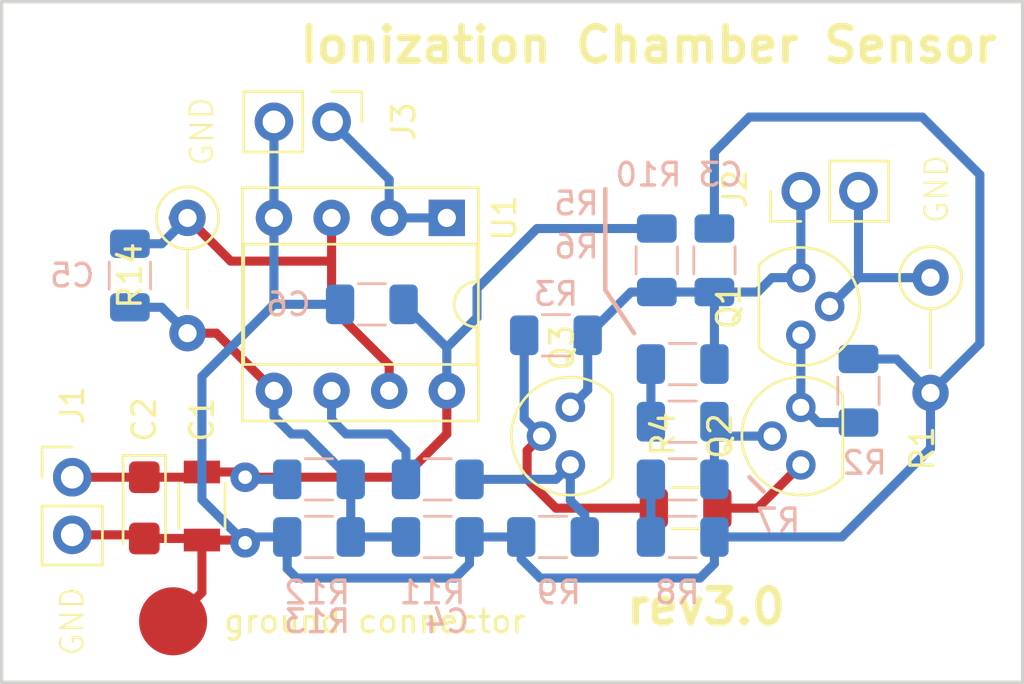
<source format=kicad_pcb>
(kicad_pcb (version 20171130) (host pcbnew "(5.0.0)")

  (general
    (thickness 1.6)
    (drawings 12)
    (tracks 128)
    (zones 0)
    (modules 30)
    (nets 16)
  )

  (page A4)
  (layers
    (0 F.Cu signal hide)
    (31 B.Cu signal hide)
    (32 B.Adhes user)
    (33 F.Adhes user)
    (34 B.Paste user)
    (35 F.Paste user)
    (36 B.SilkS user)
    (37 F.SilkS user hide)
    (38 B.Mask user)
    (39 F.Mask user)
    (40 Dwgs.User user)
    (41 Cmts.User user)
    (42 Eco1.User user)
    (43 Eco2.User user)
    (44 Edge.Cuts user)
    (45 Margin user)
    (46 B.CrtYd user)
    (47 F.CrtYd user)
    (48 B.Fab user hide)
    (49 F.Fab user hide)
  )

  (setup
    (last_trace_width 0.4)
    (trace_clearance 0.2)
    (zone_clearance 0.508)
    (zone_45_only no)
    (trace_min 0.2)
    (segment_width 0.2)
    (edge_width 0.15)
    (via_size 1.3)
    (via_drill 0.6)
    (via_min_size 0.4)
    (via_min_drill 0.3)
    (uvia_size 0.3)
    (uvia_drill 0.1)
    (uvias_allowed no)
    (uvia_min_size 0.2)
    (uvia_min_drill 0.1)
    (pcb_text_width 0.3)
    (pcb_text_size 1.5 1.5)
    (mod_edge_width 0.15)
    (mod_text_size 1 1)
    (mod_text_width 0.15)
    (pad_size 3 3)
    (pad_drill 0)
    (pad_to_mask_clearance 0.2)
    (aux_axis_origin 0 0)
    (visible_elements 7FFFFFFF)
    (pcbplotparams
      (layerselection 0x010fc_ffffffff)
      (usegerberextensions false)
      (usegerberattributes false)
      (usegerberadvancedattributes false)
      (creategerberjobfile false)
      (excludeedgelayer false)
      (linewidth 0.100000)
      (plotframeref false)
      (viasonmask false)
      (mode 1)
      (useauxorigin false)
      (hpglpennumber 1)
      (hpglpenspeed 20)
      (hpglpendiameter 15.000000)
      (psnegative false)
      (psa4output false)
      (plotreference true)
      (plotvalue true)
      (plotinvisibletext false)
      (padsonsilk false)
      (subtractmaskfromsilk false)
      (outputformat 1)
      (mirror false)
      (drillshape 0)
      (scaleselection 1)
      (outputdirectory ""))
  )

  (net 0 "")
  (net 1 "Net-(C3-Pad1)")
  (net 2 "Net-(C4-Pad1)")
  (net 3 "Net-(C5-Pad1)")
  (net 4 "Net-(J2-Pad2)")
  (net 5 "Net-(J3-Pad1)")
  (net 6 "Net-(Q1-Pad3)")
  (net 7 "Net-(Q2-Pad2)")
  (net 8 "Net-(Q2-Pad1)")
  (net 9 "Net-(Q3-Pad2)")
  (net 10 "Net-(Q3-Pad1)")
  (net 11 "Net-(R5-Pad2)")
  (net 12 "Net-(R7-Pad2)")
  (net 13 GND)
  (net 14 "Net-(R11-Pad1)")
  (net 15 "Net-(C1-Pad1)")

  (net_class Default "This is the default net class."
    (clearance 0.2)
    (trace_width 0.4)
    (via_dia 1.3)
    (via_drill 0.6)
    (uvia_dia 0.3)
    (uvia_drill 0.1)
    (add_net GND)
    (add_net "Net-(C1-Pad1)")
    (add_net "Net-(C3-Pad1)")
    (add_net "Net-(C4-Pad1)")
    (add_net "Net-(C5-Pad1)")
    (add_net "Net-(J2-Pad2)")
    (add_net "Net-(J3-Pad1)")
    (add_net "Net-(Q1-Pad3)")
    (add_net "Net-(Q2-Pad1)")
    (add_net "Net-(Q2-Pad2)")
    (add_net "Net-(Q3-Pad1)")
    (add_net "Net-(Q3-Pad2)")
    (add_net "Net-(R11-Pad1)")
    (add_net "Net-(R5-Pad2)")
    (add_net "Net-(R7-Pad2)")
  )

  (module Mounting_Holes:MountingHole_3.5mm (layer F.Cu) (tedit 5BA11313) (tstamp 5BA3A569)
    (at 119.38 44.45)
    (descr "Mounting Hole 3.5mm, no annular")
    (tags "mounting hole 3.5mm no annular")
    (attr virtual)
    (fp_text reference REF** (at 5.715 -2.54) (layer F.SilkS) hide
      (effects (font (size 1 1) (thickness 0.15)))
    )
    (fp_text value MountingHole_3.5mm (at 0 4.5) (layer F.Fab)
      (effects (font (size 1 1) (thickness 0.15)))
    )
    (fp_text user %R (at 0.3 0) (layer F.Fab)
      (effects (font (size 1 1) (thickness 0.15)))
    )
    (fp_circle (center 0 0) (end 3.5 0) (layer Cmts.User) (width 0.15))
    (fp_circle (center 0 0) (end 3.75 0) (layer F.CrtYd) (width 0.05))
    (pad 1 np_thru_hole circle (at 0 0) (size 3.5 3.5) (drill 3.5) (layers *.Cu *.Mask))
  )

  (module Mounting_Holes:MountingHole_3.5mm (layer F.Cu) (tedit 5BA1131B) (tstamp 5BA39E46)
    (at 155.575 65.405)
    (descr "Mounting Hole 3.5mm, no annular")
    (tags "mounting hole 3.5mm no annular")
    (attr virtual)
    (fp_text reference REF** (at -6.35 3.175) (layer F.SilkS) hide
      (effects (font (size 1 1) (thickness 0.15)))
    )
    (fp_text value MountingHole_3.5mm (at 0 4.5) (layer F.Fab)
      (effects (font (size 1 1) (thickness 0.15)))
    )
    (fp_circle (center 0 0) (end 3.75 0) (layer F.CrtYd) (width 0.05))
    (fp_circle (center 0 0) (end 3.5 0) (layer Cmts.User) (width 0.15))
    (fp_text user %R (at 0.3 0) (layer F.Fab)
      (effects (font (size 1 1) (thickness 0.15)))
    )
    (pad 1 np_thru_hole circle (at 0 0) (size 3.5 3.5) (drill 3.5) (layers *.Cu *.Mask))
  )

  (module Housings_DIP:DIP-8_W7.62mm_Socket (layer F.Cu) (tedit 59C78D6B) (tstamp 5BA1B297)
    (at 134.62 49.53 270)
    (descr "8-lead though-hole mounted DIP package, row spacing 7.62 mm (300 mils), Socket")
    (tags "THT DIP DIL PDIP 2.54mm 7.62mm 300mil Socket")
    (path /5B9FE838)
    (fp_text reference U1 (at 0 -2.54 270) (layer F.SilkS)
      (effects (font (size 1 1) (thickness 0.15)))
    )
    (fp_text value LMC6082 (at 3.81 9.95 270) (layer F.Fab)
      (effects (font (size 1 1) (thickness 0.15)))
    )
    (fp_text user %R (at 3.81 3.81 270) (layer F.Fab)
      (effects (font (size 1 1) (thickness 0.15)))
    )
    (fp_line (start 9.15 -1.6) (end -1.55 -1.6) (layer F.CrtYd) (width 0.05))
    (fp_line (start 9.15 9.2) (end 9.15 -1.6) (layer F.CrtYd) (width 0.05))
    (fp_line (start -1.55 9.2) (end 9.15 9.2) (layer F.CrtYd) (width 0.05))
    (fp_line (start -1.55 -1.6) (end -1.55 9.2) (layer F.CrtYd) (width 0.05))
    (fp_line (start 8.95 -1.39) (end -1.33 -1.39) (layer F.SilkS) (width 0.12))
    (fp_line (start 8.95 9.01) (end 8.95 -1.39) (layer F.SilkS) (width 0.12))
    (fp_line (start -1.33 9.01) (end 8.95 9.01) (layer F.SilkS) (width 0.12))
    (fp_line (start -1.33 -1.39) (end -1.33 9.01) (layer F.SilkS) (width 0.12))
    (fp_line (start 6.46 -1.33) (end 4.81 -1.33) (layer F.SilkS) (width 0.12))
    (fp_line (start 6.46 8.95) (end 6.46 -1.33) (layer F.SilkS) (width 0.12))
    (fp_line (start 1.16 8.95) (end 6.46 8.95) (layer F.SilkS) (width 0.12))
    (fp_line (start 1.16 -1.33) (end 1.16 8.95) (layer F.SilkS) (width 0.12))
    (fp_line (start 2.81 -1.33) (end 1.16 -1.33) (layer F.SilkS) (width 0.12))
    (fp_line (start 8.89 -1.33) (end -1.27 -1.33) (layer F.Fab) (width 0.1))
    (fp_line (start 8.89 8.95) (end 8.89 -1.33) (layer F.Fab) (width 0.1))
    (fp_line (start -1.27 8.95) (end 8.89 8.95) (layer F.Fab) (width 0.1))
    (fp_line (start -1.27 -1.33) (end -1.27 8.95) (layer F.Fab) (width 0.1))
    (fp_line (start 0.635 -0.27) (end 1.635 -1.27) (layer F.Fab) (width 0.1))
    (fp_line (start 0.635 8.89) (end 0.635 -0.27) (layer F.Fab) (width 0.1))
    (fp_line (start 6.985 8.89) (end 0.635 8.89) (layer F.Fab) (width 0.1))
    (fp_line (start 6.985 -1.27) (end 6.985 8.89) (layer F.Fab) (width 0.1))
    (fp_line (start 1.635 -1.27) (end 6.985 -1.27) (layer F.Fab) (width 0.1))
    (fp_arc (start 3.81 -1.33) (end 2.81 -1.33) (angle -180) (layer F.SilkS) (width 0.12))
    (pad 8 thru_hole oval (at 7.62 0 270) (size 1.6 1.6) (drill 0.8) (layers *.Cu *.Mask)
      (net 15 "Net-(C1-Pad1)"))
    (pad 4 thru_hole oval (at 0 7.62 270) (size 1.6 1.6) (drill 0.8) (layers *.Cu *.Mask)
      (net 13 GND))
    (pad 7 thru_hole oval (at 7.62 2.54 270) (size 1.6 1.6) (drill 0.8) (layers *.Cu *.Mask)
      (net 3 "Net-(C5-Pad1)"))
    (pad 3 thru_hole oval (at 0 5.08 270) (size 1.6 1.6) (drill 0.8) (layers *.Cu *.Mask)
      (net 3 "Net-(C5-Pad1)"))
    (pad 6 thru_hole oval (at 7.62 5.08 270) (size 1.6 1.6) (drill 0.8) (layers *.Cu *.Mask)
      (net 14 "Net-(R11-Pad1)"))
    (pad 2 thru_hole oval (at 0 2.54 270) (size 1.6 1.6) (drill 0.8) (layers *.Cu *.Mask)
      (net 5 "Net-(J3-Pad1)"))
    (pad 5 thru_hole oval (at 7.62 7.62 270) (size 1.6 1.6) (drill 0.8) (layers *.Cu *.Mask)
      (net 2 "Net-(C4-Pad1)"))
    (pad 1 thru_hole rect (at 0 0 270) (size 1.6 1.6) (drill 0.8) (layers *.Cu *.Mask)
      (net 5 "Net-(J3-Pad1)"))
    (model ${KISYS3DMOD}/Housings_DIP.3dshapes/DIP-8_W7.62mm_Socket.wrl
      (at (xyz 0 0 0))
      (scale (xyz 1 1 1))
      (rotate (xyz 0 0 0))
    )
  )

  (module Resistor_SMD:R_1206_3216Metric (layer B.Cu) (tedit 5B9FDD54) (tstamp 5BA1A598)
    (at 139.3 63.593088 180)
    (descr "Resistor SMD 1206 (3216 Metric), square (rectangular) end terminal, IPC_7351 nominal, (Body size source: http://www.tortai-tech.com/upload/download/2011102023233369053.pdf), generated with kicad-footprint-generator")
    (tags resistor)
    (path /5B9F9CB3)
    (attr smd)
    (fp_text reference R9 (at -0.257 -2.446912 180) (layer B.SilkS)
      (effects (font (size 1 1) (thickness 0.15)) (justify mirror))
    )
    (fp_text value 220k (at 0 -1.82 180) (layer B.Fab)
      (effects (font (size 1 1) (thickness 0.15)) (justify mirror))
    )
    (fp_line (start -1.6 -0.8) (end -1.6 0.8) (layer B.Fab) (width 0.1))
    (fp_line (start -1.6 0.8) (end 1.6 0.8) (layer B.Fab) (width 0.1))
    (fp_line (start 1.6 0.8) (end 1.6 -0.8) (layer B.Fab) (width 0.1))
    (fp_line (start 1.6 -0.8) (end -1.6 -0.8) (layer B.Fab) (width 0.1))
    (fp_line (start -0.602064 0.91) (end 0.602064 0.91) (layer B.SilkS) (width 0.12))
    (fp_line (start -0.602064 -0.91) (end 0.602064 -0.91) (layer B.SilkS) (width 0.12))
    (fp_line (start -2.28 -1.12) (end -2.28 1.12) (layer B.CrtYd) (width 0.05))
    (fp_line (start -2.28 1.12) (end 2.28 1.12) (layer B.CrtYd) (width 0.05))
    (fp_line (start 2.28 1.12) (end 2.28 -1.12) (layer B.CrtYd) (width 0.05))
    (fp_line (start 2.28 -1.12) (end -2.28 -1.12) (layer B.CrtYd) (width 0.05))
    (fp_text user %R (at 0 0 180) (layer B.Fab)
      (effects (font (size 0.8 0.8) (thickness 0.12)) (justify mirror))
    )
    (pad 1 smd roundrect (at -1.4 0 180) (size 1.25 1.75) (layers B.Cu B.Paste B.Mask) (roundrect_rratio 0.2)
      (net 10 "Net-(Q3-Pad1)"))
    (pad 2 smd roundrect (at 1.4 0 180) (size 1.25 1.75) (layers B.Cu B.Paste B.Mask) (roundrect_rratio 0.2)
      (net 13 GND))
    (model ${KISYS3DMOD}/Resistor_SMD.3dshapes/R_1206_3216Metric.wrl
      (at (xyz 0 0 0))
      (scale (xyz 1 1 1))
      (rotate (xyz 0 0 0))
    )
  )

  (module Resistor_SMD:R_1206_3216Metric (layer B.Cu) (tedit 5B301BBD) (tstamp 5BA1A70C)
    (at 128.985665 63.593088 180)
    (descr "Resistor SMD 1206 (3216 Metric), square (rectangular) end terminal, IPC_7351 nominal, (Body size source: http://www.tortai-tech.com/upload/download/2011102023233369053.pdf), generated with kicad-footprint-generator")
    (tags resistor)
    (path /5B9FE92B)
    (attr smd)
    (fp_text reference R13 (at 0.080665 -3.716912 180) (layer B.SilkS)
      (effects (font (size 1 1) (thickness 0.15)) (justify mirror))
    )
    (fp_text value R (at 0 -1.82 180) (layer B.Fab)
      (effects (font (size 1 1) (thickness 0.15)) (justify mirror))
    )
    (fp_text user %R (at 0 0 180) (layer F.Fab)
      (effects (font (size 0.8 0.8) (thickness 0.12)))
    )
    (fp_line (start 2.28 -1.12) (end -2.28 -1.12) (layer B.CrtYd) (width 0.05))
    (fp_line (start 2.28 1.12) (end 2.28 -1.12) (layer B.CrtYd) (width 0.05))
    (fp_line (start -2.28 1.12) (end 2.28 1.12) (layer B.CrtYd) (width 0.05))
    (fp_line (start -2.28 -1.12) (end -2.28 1.12) (layer B.CrtYd) (width 0.05))
    (fp_line (start -0.602064 -0.91) (end 0.602064 -0.91) (layer B.SilkS) (width 0.12))
    (fp_line (start -0.602064 0.91) (end 0.602064 0.91) (layer B.SilkS) (width 0.12))
    (fp_line (start 1.6 -0.8) (end -1.6 -0.8) (layer B.Fab) (width 0.1))
    (fp_line (start 1.6 0.8) (end 1.6 -0.8) (layer B.Fab) (width 0.1))
    (fp_line (start -1.6 0.8) (end 1.6 0.8) (layer B.Fab) (width 0.1))
    (fp_line (start -1.6 -0.8) (end -1.6 0.8) (layer B.Fab) (width 0.1))
    (pad 2 smd roundrect (at 1.4 0 180) (size 1.25 1.75) (layers B.Cu B.Paste B.Mask) (roundrect_rratio 0.2)
      (net 13 GND))
    (pad 1 smd roundrect (at -1.4 0 180) (size 1.25 1.75) (layers B.Cu B.Paste B.Mask) (roundrect_rratio 0.2)
      (net 2 "Net-(C4-Pad1)"))
    (model ${KISYS3DMOD}/Resistor_SMD.3dshapes/R_1206_3216Metric.wrl
      (at (xyz 0 0 0))
      (scale (xyz 1 1 1))
      (rotate (xyz 0 0 0))
    )
  )

  (module Package_TO_SOT_THT:TO-92 (layer F.Cu) (tedit 5B9FE555) (tstamp 5BA1A76D)
    (at 150.225 52.163088 270)
    (descr "TO-92 leads molded, narrow, drill 0.75mm (see NXP sot054_po.pdf)")
    (tags "to-92 sc-43 sc-43a sot54 PA33 transistor")
    (path /5B9F9947)
    (fp_text reference Q1 (at 1.27 3.175 270) (layer F.SilkS)
      (effects (font (size 1 1) (thickness 0.15)))
    )
    (fp_text value Q_NJFET_DGS (at 1.27 2.79 270) (layer F.Fab)
      (effects (font (size 1 1) (thickness 0.15)))
    )
    (fp_arc (start 1.27 0) (end 1.27 -2.6) (angle 135) (layer F.SilkS) (width 0.12))
    (fp_arc (start 1.27 0) (end 1.27 -2.48) (angle -135) (layer F.Fab) (width 0.1))
    (fp_arc (start 1.27 0) (end 1.27 -2.6) (angle -135) (layer F.SilkS) (width 0.12))
    (fp_arc (start 1.27 0) (end 1.27 -2.48) (angle 135) (layer F.Fab) (width 0.1))
    (fp_line (start 4 2.01) (end -1.46 2.01) (layer F.CrtYd) (width 0.05))
    (fp_line (start 4 2.01) (end 4 -2.73) (layer F.CrtYd) (width 0.05))
    (fp_line (start -1.46 -2.73) (end -1.46 2.01) (layer F.CrtYd) (width 0.05))
    (fp_line (start -1.46 -2.73) (end 4 -2.73) (layer F.CrtYd) (width 0.05))
    (fp_line (start -0.5 1.75) (end 3 1.75) (layer F.Fab) (width 0.1))
    (fp_line (start -0.53 1.85) (end 3.07 1.85) (layer F.SilkS) (width 0.12))
    (fp_text user %R (at 1.27 -3.56 270) (layer F.Fab)
      (effects (font (size 1 1) (thickness 0.15)))
    )
    (pad 1 thru_hole circle (at 0 0) (size 1.3 1.3) (drill 0.75) (layers *.Cu *.Mask)
      (net 1 "Net-(C3-Pad1)"))
    (pad 3 thru_hole circle (at 2.54 0) (size 1.3 1.3) (drill 0.75) (layers *.Cu *.Mask)
      (net 6 "Net-(Q1-Pad3)"))
    (pad 2 thru_hole circle (at 1.27 -1.27) (size 1.3 1.3) (drill 0.75) (layers *.Cu *.Mask)
      (net 4 "Net-(J2-Pad2)"))
    (model ${KISYS3DMOD}/Package_TO_SOT_THT.3dshapes/TO-92.wrl
      (at (xyz 0 0 0))
      (scale (xyz 1 1 1))
      (rotate (xyz 0 0 0))
    )
  )

  (module Capacitor_Tantalum_SMD:CP_EIA-3216-18_Kemet-A (layer F.Cu) (tedit 5B301BBE) (tstamp 5BA1DC56)
    (at 121.285 62.31 270)
    (descr "Tantalum Capacitor SMD Kemet-A (3216-18 Metric), IPC_7351 nominal, (Body size from: http://www.kemet.com/Lists/ProductCatalog/Attachments/253/KEM_TC101_STD.pdf), generated with kicad-footprint-generator")
    (tags "capacitor tantalum")
    (path /5BA235DF)
    (attr smd)
    (fp_text reference C2 (at -3.89 0 90) (layer F.SilkS)
      (effects (font (size 1 1) (thickness 0.15)))
    )
    (fp_text value 100u/16V (at 0 1.75 270) (layer F.Fab)
      (effects (font (size 1 1) (thickness 0.15)))
    )
    (fp_line (start 1.6 -0.8) (end -1.2 -0.8) (layer F.Fab) (width 0.1))
    (fp_line (start -1.2 -0.8) (end -1.6 -0.4) (layer F.Fab) (width 0.1))
    (fp_line (start -1.6 -0.4) (end -1.6 0.8) (layer F.Fab) (width 0.1))
    (fp_line (start -1.6 0.8) (end 1.6 0.8) (layer F.Fab) (width 0.1))
    (fp_line (start 1.6 0.8) (end 1.6 -0.8) (layer F.Fab) (width 0.1))
    (fp_line (start 1.6 -0.935) (end -2.31 -0.935) (layer F.SilkS) (width 0.12))
    (fp_line (start -2.31 -0.935) (end -2.31 0.935) (layer F.SilkS) (width 0.12))
    (fp_line (start -2.31 0.935) (end 1.6 0.935) (layer F.SilkS) (width 0.12))
    (fp_line (start -2.3 1.05) (end -2.3 -1.05) (layer F.CrtYd) (width 0.05))
    (fp_line (start -2.3 -1.05) (end 2.3 -1.05) (layer F.CrtYd) (width 0.05))
    (fp_line (start 2.3 -1.05) (end 2.3 1.05) (layer F.CrtYd) (width 0.05))
    (fp_line (start 2.3 1.05) (end -2.3 1.05) (layer F.CrtYd) (width 0.05))
    (fp_text user %R (at 0 0 270) (layer F.Fab)
      (effects (font (size 0.8 0.8) (thickness 0.12)))
    )
    (pad 1 smd roundrect (at -1.35 0 270) (size 1.4 1.35) (layers F.Cu F.Paste F.Mask) (roundrect_rratio 0.185185)
      (net 15 "Net-(C1-Pad1)"))
    (pad 2 smd roundrect (at 1.35 0 270) (size 1.4 1.35) (layers F.Cu F.Paste F.Mask) (roundrect_rratio 0.185185)
      (net 13 GND))
    (model ${KISYS3DMOD}/Capacitor_Tantalum_SMD.3dshapes/CP_EIA-3216-18_Kemet-A.wrl
      (at (xyz 0 0 0))
      (scale (xyz 1 1 1))
      (rotate (xyz 0 0 0))
    )
  )

  (module Capacitor_SMD:C_1206_3216Metric (layer B.Cu) (tedit 5B301BBE) (tstamp 5BA1A6DC)
    (at 146.415 51.398088 90)
    (descr "Capacitor SMD 1206 (3216 Metric), square (rectangular) end terminal, IPC_7351 nominal, (Body size source: http://www.tortai-tech.com/upload/download/2011102023233369053.pdf), generated with kicad-footprint-generator")
    (tags capacitor)
    (path /5B9FCBBF)
    (attr smd)
    (fp_text reference C3 (at 3.773088 0.27 180) (layer B.SilkS)
      (effects (font (size 1 1) (thickness 0.15)) (justify mirror))
    )
    (fp_text value 100n (at 0 -1.82 90) (layer B.Fab)
      (effects (font (size 1 1) (thickness 0.15)) (justify mirror))
    )
    (fp_line (start -1.6 -0.8) (end -1.6 0.8) (layer B.Fab) (width 0.1))
    (fp_line (start -1.6 0.8) (end 1.6 0.8) (layer B.Fab) (width 0.1))
    (fp_line (start 1.6 0.8) (end 1.6 -0.8) (layer B.Fab) (width 0.1))
    (fp_line (start 1.6 -0.8) (end -1.6 -0.8) (layer B.Fab) (width 0.1))
    (fp_line (start -0.602064 0.91) (end 0.602064 0.91) (layer B.SilkS) (width 0.12))
    (fp_line (start -0.602064 -0.91) (end 0.602064 -0.91) (layer B.SilkS) (width 0.12))
    (fp_line (start -2.28 -1.12) (end -2.28 1.12) (layer B.CrtYd) (width 0.05))
    (fp_line (start -2.28 1.12) (end 2.28 1.12) (layer B.CrtYd) (width 0.05))
    (fp_line (start 2.28 1.12) (end 2.28 -1.12) (layer B.CrtYd) (width 0.05))
    (fp_line (start 2.28 -1.12) (end -2.28 -1.12) (layer B.CrtYd) (width 0.05))
    (fp_text user %R (at 0 0 90) (layer B.Fab)
      (effects (font (size 0.8 0.8) (thickness 0.12)) (justify mirror))
    )
    (pad 1 smd roundrect (at -1.4 0 90) (size 1.25 1.75) (layers B.Cu B.Paste B.Mask) (roundrect_rratio 0.2)
      (net 1 "Net-(C3-Pad1)"))
    (pad 2 smd roundrect (at 1.4 0 90) (size 1.25 1.75) (layers B.Cu B.Paste B.Mask) (roundrect_rratio 0.2)
      (net 13 GND))
    (model ${KISYS3DMOD}/Capacitor_SMD.3dshapes/C_1206_3216Metric.wrl
      (at (xyz 0 0 0))
      (scale (xyz 1 1 1))
      (rotate (xyz 0 0 0))
    )
  )

  (module Capacitor_SMD:C_1206_3216Metric (layer B.Cu) (tedit 5B301BBE) (tstamp 5BA1A6AC)
    (at 134.22 63.593088)
    (descr "Capacitor SMD 1206 (3216 Metric), square (rectangular) end terminal, IPC_7351 nominal, (Body size source: http://www.tortai-tech.com/upload/download/2011102023233369053.pdf), generated with kicad-footprint-generator")
    (tags capacitor)
    (path /5B9FE9EB)
    (attr smd)
    (fp_text reference C4 (at 0.4 3.716912) (layer B.SilkS)
      (effects (font (size 1 1) (thickness 0.15)) (justify mirror))
    )
    (fp_text value C (at 0 -1.82) (layer B.Fab)
      (effects (font (size 1 1) (thickness 0.15)) (justify mirror))
    )
    (fp_text user %R (at 0 0) (layer B.Fab)
      (effects (font (size 0.8 0.8) (thickness 0.12)) (justify mirror))
    )
    (fp_line (start 2.28 -1.12) (end -2.28 -1.12) (layer B.CrtYd) (width 0.05))
    (fp_line (start 2.28 1.12) (end 2.28 -1.12) (layer B.CrtYd) (width 0.05))
    (fp_line (start -2.28 1.12) (end 2.28 1.12) (layer B.CrtYd) (width 0.05))
    (fp_line (start -2.28 -1.12) (end -2.28 1.12) (layer B.CrtYd) (width 0.05))
    (fp_line (start -0.602064 -0.91) (end 0.602064 -0.91) (layer B.SilkS) (width 0.12))
    (fp_line (start -0.602064 0.91) (end 0.602064 0.91) (layer B.SilkS) (width 0.12))
    (fp_line (start 1.6 -0.8) (end -1.6 -0.8) (layer B.Fab) (width 0.1))
    (fp_line (start 1.6 0.8) (end 1.6 -0.8) (layer B.Fab) (width 0.1))
    (fp_line (start -1.6 0.8) (end 1.6 0.8) (layer B.Fab) (width 0.1))
    (fp_line (start -1.6 -0.8) (end -1.6 0.8) (layer B.Fab) (width 0.1))
    (pad 2 smd roundrect (at 1.4 0) (size 1.25 1.75) (layers B.Cu B.Paste B.Mask) (roundrect_rratio 0.2)
      (net 13 GND))
    (pad 1 smd roundrect (at -1.4 0) (size 1.25 1.75) (layers B.Cu B.Paste B.Mask) (roundrect_rratio 0.2)
      (net 2 "Net-(C4-Pad1)"))
    (model ${KISYS3DMOD}/Capacitor_SMD.3dshapes/C_1206_3216Metric.wrl
      (at (xyz 0 0 0))
      (scale (xyz 1 1 1))
      (rotate (xyz 0 0 0))
    )
  )

  (module Capacitor_SMD:C_1206_3216Metric (layer B.Cu) (tedit 5B301BBE) (tstamp 5BA13A11)
    (at 120.65 52.07 270)
    (descr "Capacitor SMD 1206 (3216 Metric), square (rectangular) end terminal, IPC_7351 nominal, (Body size source: http://www.tortai-tech.com/upload/download/2011102023233369053.pdf), generated with kicad-footprint-generator")
    (tags capacitor)
    (path /5BA0BD0F)
    (attr smd)
    (fp_text reference C5 (at 0 2.54 180) (layer B.SilkS)
      (effects (font (size 1 1) (thickness 0.15)) (justify mirror))
    )
    (fp_text value 100n (at 0 -1.82 270) (layer B.Fab)
      (effects (font (size 1 1) (thickness 0.15)) (justify mirror))
    )
    (fp_line (start -1.6 -0.8) (end -1.6 0.8) (layer B.Fab) (width 0.1))
    (fp_line (start -1.6 0.8) (end 1.6 0.8) (layer B.Fab) (width 0.1))
    (fp_line (start 1.6 0.8) (end 1.6 -0.8) (layer B.Fab) (width 0.1))
    (fp_line (start 1.6 -0.8) (end -1.6 -0.8) (layer B.Fab) (width 0.1))
    (fp_line (start -0.602064 0.91) (end 0.602064 0.91) (layer B.SilkS) (width 0.12))
    (fp_line (start -0.602064 -0.91) (end 0.602064 -0.91) (layer B.SilkS) (width 0.12))
    (fp_line (start -2.28 -1.12) (end -2.28 1.12) (layer B.CrtYd) (width 0.05))
    (fp_line (start -2.28 1.12) (end 2.28 1.12) (layer B.CrtYd) (width 0.05))
    (fp_line (start 2.28 1.12) (end 2.28 -1.12) (layer B.CrtYd) (width 0.05))
    (fp_line (start 2.28 -1.12) (end -2.28 -1.12) (layer B.CrtYd) (width 0.05))
    (fp_text user %R (at 0 0 270) (layer B.Fab)
      (effects (font (size 0.8 0.8) (thickness 0.12)) (justify mirror))
    )
    (pad 1 smd roundrect (at -1.4 0 270) (size 1.25 1.75) (layers B.Cu B.Paste B.Mask) (roundrect_rratio 0.2)
      (net 3 "Net-(C5-Pad1)"))
    (pad 2 smd roundrect (at 1.4 0 270) (size 1.25 1.75) (layers B.Cu B.Paste B.Mask) (roundrect_rratio 0.2)
      (net 2 "Net-(C4-Pad1)"))
    (model ${KISYS3DMOD}/Capacitor_SMD.3dshapes/C_1206_3216Metric.wrl
      (at (xyz 0 0 0))
      (scale (xyz 1 1 1))
      (rotate (xyz 0 0 0))
    )
  )

  (module Capacitor_SMD:C_1206_3216Metric (layer B.Cu) (tedit 5B301BBE) (tstamp 5BA1DC24)
    (at 131.315 53.34 180)
    (descr "Capacitor SMD 1206 (3216 Metric), square (rectangular) end terminal, IPC_7351 nominal, (Body size source: http://www.tortai-tech.com/upload/download/2011102023233369053.pdf), generated with kicad-footprint-generator")
    (tags capacitor)
    (path /5BA9D0CE)
    (attr smd)
    (fp_text reference C6 (at 3.68 0 180) (layer B.SilkS)
      (effects (font (size 1 1) (thickness 0.15)) (justify mirror))
    )
    (fp_text value 100n (at 0 -1.82 180) (layer B.Fab)
      (effects (font (size 1 1) (thickness 0.15)) (justify mirror))
    )
    (fp_line (start -1.6 -0.8) (end -1.6 0.8) (layer B.Fab) (width 0.1))
    (fp_line (start -1.6 0.8) (end 1.6 0.8) (layer B.Fab) (width 0.1))
    (fp_line (start 1.6 0.8) (end 1.6 -0.8) (layer B.Fab) (width 0.1))
    (fp_line (start 1.6 -0.8) (end -1.6 -0.8) (layer B.Fab) (width 0.1))
    (fp_line (start -0.602064 0.91) (end 0.602064 0.91) (layer B.SilkS) (width 0.12))
    (fp_line (start -0.602064 -0.91) (end 0.602064 -0.91) (layer B.SilkS) (width 0.12))
    (fp_line (start -2.28 -1.12) (end -2.28 1.12) (layer B.CrtYd) (width 0.05))
    (fp_line (start -2.28 1.12) (end 2.28 1.12) (layer B.CrtYd) (width 0.05))
    (fp_line (start 2.28 1.12) (end 2.28 -1.12) (layer B.CrtYd) (width 0.05))
    (fp_line (start 2.28 -1.12) (end -2.28 -1.12) (layer B.CrtYd) (width 0.05))
    (fp_text user %R (at 0 0 180) (layer B.Fab)
      (effects (font (size 0.8 0.8) (thickness 0.12)) (justify mirror))
    )
    (pad 1 smd roundrect (at -1.4 0 180) (size 1.25 1.75) (layers B.Cu B.Paste B.Mask) (roundrect_rratio 0.2)
      (net 15 "Net-(C1-Pad1)"))
    (pad 2 smd roundrect (at 1.4 0 180) (size 1.25 1.75) (layers B.Cu B.Paste B.Mask) (roundrect_rratio 0.2)
      (net 13 GND))
    (model ${KISYS3DMOD}/Capacitor_SMD.3dshapes/C_1206_3216Metric.wrl
      (at (xyz 0 0 0))
      (scale (xyz 1 1 1))
      (rotate (xyz 0 0 0))
    )
  )

  (module Package_TO_SOT_THT:TO-92 (layer F.Cu) (tedit 5B9FB81F) (tstamp 5BA1A923)
    (at 150.225 60.418088 90)
    (descr "TO-92 leads molded, narrow, drill 0.75mm (see NXP sot054_po.pdf)")
    (tags "to-92 sc-43 sc-43a sot54 PA33 transistor")
    (path /5B9F9D97)
    (fp_text reference Q2 (at 1.27 -3.56 90) (layer F.SilkS)
      (effects (font (size 1 1) (thickness 0.15)))
    )
    (fp_text value BC546 (at 1.27 2.79 90) (layer F.Fab)
      (effects (font (size 1 1) (thickness 0.15)))
    )
    (fp_text user %R (at 1.27 -3.56 90) (layer F.Fab)
      (effects (font (size 1 1) (thickness 0.15)))
    )
    (fp_line (start -0.53 1.85) (end 3.07 1.85) (layer F.SilkS) (width 0.12))
    (fp_line (start -0.5 1.75) (end 3 1.75) (layer F.Fab) (width 0.1))
    (fp_line (start -1.46 -2.73) (end 4 -2.73) (layer F.CrtYd) (width 0.05))
    (fp_line (start -1.46 -2.73) (end -1.46 2.01) (layer F.CrtYd) (width 0.05))
    (fp_line (start 4 2.01) (end 4 -2.73) (layer F.CrtYd) (width 0.05))
    (fp_line (start 4 2.01) (end -1.46 2.01) (layer F.CrtYd) (width 0.05))
    (fp_arc (start 1.27 0) (end 1.27 -2.48) (angle 135) (layer F.Fab) (width 0.1))
    (fp_arc (start 1.27 0) (end 1.27 -2.6) (angle -135) (layer F.SilkS) (width 0.12))
    (fp_arc (start 1.27 0) (end 1.27 -2.48) (angle -135) (layer F.Fab) (width 0.1))
    (fp_arc (start 1.27 0) (end 1.27 -2.6) (angle 135) (layer F.SilkS) (width 0.12))
    (pad 2 thru_hole circle (at 1.27 -1.27 180) (size 1.3 1.3) (drill 0.75) (layers *.Cu *.Mask)
      (net 7 "Net-(Q2-Pad2)"))
    (pad 3 thru_hole circle (at 2.54 0 180) (size 1.3 1.3) (drill 0.75) (layers *.Cu *.Mask)
      (net 6 "Net-(Q1-Pad3)"))
    (pad 1 thru_hole circle (at 0 0 180) (size 1.3 1.3) (drill 0.75) (layers *.Cu *.Mask)
      (net 8 "Net-(Q2-Pad1)"))
    (model ${KISYS3DMOD}/Package_TO_SOT_THT.3dshapes/TO-92.wrl
      (at (xyz 0 0 0))
      (scale (xyz 1 1 1))
      (rotate (xyz 0 0 0))
    )
  )

  (module Package_TO_SOT_THT:TO-92 (layer F.Cu) (tedit 5B9FE53F) (tstamp 5BA36123)
    (at 140.065 60.418088 90)
    (descr "TO-92 leads molded, narrow, drill 0.75mm (see NXP sot054_po.pdf)")
    (tags "to-92 sc-43 sc-43a sot54 PA33 transistor")
    (path /5B9F9D1C)
    (fp_text reference Q3 (at 5.173088 -0.365 270) (layer F.SilkS)
      (effects (font (size 1 1) (thickness 0.15)))
    )
    (fp_text value BC327 (at 1.27 2.79 90) (layer F.Fab)
      (effects (font (size 1 1) (thickness 0.15)))
    )
    (fp_text user %R (at 1.27 -3.56 90) (layer F.Fab)
      (effects (font (size 1 1) (thickness 0.15)))
    )
    (fp_line (start -0.53 1.85) (end 3.07 1.85) (layer F.SilkS) (width 0.12))
    (fp_line (start -0.5 1.75) (end 3 1.75) (layer F.Fab) (width 0.1))
    (fp_line (start -1.46 -2.73) (end 4 -2.73) (layer F.CrtYd) (width 0.05))
    (fp_line (start -1.46 -2.73) (end -1.46 2.01) (layer F.CrtYd) (width 0.05))
    (fp_line (start 4 2.01) (end 4 -2.73) (layer F.CrtYd) (width 0.05))
    (fp_line (start 4 2.01) (end -1.46 2.01) (layer F.CrtYd) (width 0.05))
    (fp_arc (start 1.27 0) (end 1.27 -2.48) (angle 135) (layer F.Fab) (width 0.1))
    (fp_arc (start 1.27 0) (end 1.27 -2.6) (angle -135) (layer F.SilkS) (width 0.12))
    (fp_arc (start 1.27 0) (end 1.27 -2.48) (angle -135) (layer F.Fab) (width 0.1))
    (fp_arc (start 1.27 0) (end 1.27 -2.6) (angle 135) (layer F.SilkS) (width 0.12))
    (pad 2 thru_hole circle (at 1.27 -1.27 180) (size 1.3 1.3) (drill 0.75) (layers *.Cu *.Mask)
      (net 9 "Net-(Q3-Pad2)"))
    (pad 3 thru_hole circle (at 2.54 0 180) (size 1.3 1.3) (drill 0.75) (layers *.Cu *.Mask)
      (net 1 "Net-(C3-Pad1)"))
    (pad 1 thru_hole circle (at 0 0 180) (size 1.3 1.3) (drill 0.75) (layers *.Cu *.Mask)
      (net 10 "Net-(Q3-Pad1)"))
    (model ${KISYS3DMOD}/Package_TO_SOT_THT.3dshapes/TO-92.wrl
      (at (xyz 0 0 0))
      (scale (xyz 1 1 1))
      (rotate (xyz 0 0 0))
    )
  )

  (module Resistor_THT:R_Axial_DIN0207_L6.3mm_D2.5mm_P5.08mm_Vertical (layer F.Cu) (tedit 5AE5139B) (tstamp 5BA4006E)
    (at 155.94 52.163088 270)
    (descr "Resistor, Axial_DIN0207 series, Axial, Vertical, pin pitch=5.08mm, 0.25W = 1/4W, length*diameter=6.3*2.5mm^2, http://cdn-reichelt.de/documents/datenblatt/B400/1_4W%23YAG.pdf")
    (tags "Resistor Axial_DIN0207 series Axial Vertical pin pitch 5.08mm 0.25W = 1/4W length 6.3mm diameter 2.5mm")
    (path /5B9F9A03)
    (fp_text reference R1 (at 7.526912 0.365 90) (layer F.SilkS)
      (effects (font (size 1 1) (thickness 0.15)))
    )
    (fp_text value 1G (at 2.54 2.37 270) (layer F.Fab)
      (effects (font (size 1 1) (thickness 0.15)))
    )
    (fp_circle (center 0 0) (end 1.25 0) (layer F.Fab) (width 0.1))
    (fp_circle (center 0 0) (end 1.37 0) (layer F.SilkS) (width 0.12))
    (fp_line (start 0 0) (end 5.08 0) (layer F.Fab) (width 0.1))
    (fp_line (start 1.37 0) (end 3.98 0) (layer F.SilkS) (width 0.12))
    (fp_line (start -1.5 -1.5) (end -1.5 1.5) (layer F.CrtYd) (width 0.05))
    (fp_line (start -1.5 1.5) (end 6.13 1.5) (layer F.CrtYd) (width 0.05))
    (fp_line (start 6.13 1.5) (end 6.13 -1.5) (layer F.CrtYd) (width 0.05))
    (fp_line (start 6.13 -1.5) (end -1.5 -1.5) (layer F.CrtYd) (width 0.05))
    (fp_text user %R (at -3.175 -1.27 270) (layer B.Fab)
      (effects (font (size 1 1) (thickness 0.15)) (justify mirror))
    )
    (pad 1 thru_hole circle (at 0 0 270) (size 1.6 1.6) (drill 0.8) (layers *.Cu *.Mask)
      (net 4 "Net-(J2-Pad2)"))
    (pad 2 thru_hole oval (at 5.08 0 270) (size 1.6 1.6) (drill 0.8) (layers *.Cu *.Mask)
      (net 13 GND))
    (model ${KISYS3DMOD}/Resistor_THT.3dshapes/R_Axial_DIN0207_L6.3mm_D2.5mm_P5.08mm_Vertical.wrl
      (at (xyz 0 0 0))
      (scale (xyz 1 1 1))
      (rotate (xyz 0 0 0))
    )
  )

  (module Resistor_SMD:R_1206_3216Metric (layer B.Cu) (tedit 5B301BBD) (tstamp 5BA1A88C)
    (at 152.765 57.15 90)
    (descr "Resistor SMD 1206 (3216 Metric), square (rectangular) end terminal, IPC_7351 nominal, (Body size source: http://www.tortai-tech.com/upload/download/2011102023233369053.pdf), generated with kicad-footprint-generator")
    (tags resistor)
    (path /5B9F9B4D)
    (attr smd)
    (fp_text reference R2 (at -3.175 0.27 180) (layer B.SilkS)
      (effects (font (size 1 1) (thickness 0.15)) (justify mirror))
    )
    (fp_text value 270k (at 0 -1.82 90) (layer B.Fab)
      (effects (font (size 1 1) (thickness 0.15)) (justify mirror))
    )
    (fp_text user %R (at 0 0 90) (layer B.Fab)
      (effects (font (size 0.8 0.8) (thickness 0.12)) (justify mirror))
    )
    (fp_line (start 2.28 -1.12) (end -2.28 -1.12) (layer B.CrtYd) (width 0.05))
    (fp_line (start 2.28 1.12) (end 2.28 -1.12) (layer B.CrtYd) (width 0.05))
    (fp_line (start -2.28 1.12) (end 2.28 1.12) (layer B.CrtYd) (width 0.05))
    (fp_line (start -2.28 -1.12) (end -2.28 1.12) (layer B.CrtYd) (width 0.05))
    (fp_line (start -0.602064 -0.91) (end 0.602064 -0.91) (layer B.SilkS) (width 0.12))
    (fp_line (start -0.602064 0.91) (end 0.602064 0.91) (layer B.SilkS) (width 0.12))
    (fp_line (start 1.6 -0.8) (end -1.6 -0.8) (layer B.Fab) (width 0.1))
    (fp_line (start 1.6 0.8) (end 1.6 -0.8) (layer B.Fab) (width 0.1))
    (fp_line (start -1.6 0.8) (end 1.6 0.8) (layer B.Fab) (width 0.1))
    (fp_line (start -1.6 -0.8) (end -1.6 0.8) (layer B.Fab) (width 0.1))
    (pad 2 smd roundrect (at 1.4 0 90) (size 1.25 1.75) (layers B.Cu B.Paste B.Mask) (roundrect_rratio 0.2)
      (net 13 GND))
    (pad 1 smd roundrect (at -1.4 0 90) (size 1.25 1.75) (layers B.Cu B.Paste B.Mask) (roundrect_rratio 0.2)
      (net 6 "Net-(Q1-Pad3)"))
    (model ${KISYS3DMOD}/Resistor_SMD.3dshapes/R_1206_3216Metric.wrl
      (at (xyz 0 0 0))
      (scale (xyz 1 1 1))
      (rotate (xyz 0 0 0))
    )
  )

  (module Resistor_SMD:R_1206_3216Metric (layer B.Cu) (tedit 5B301BBD) (tstamp 5BA1A85C)
    (at 139.43 54.703088 180)
    (descr "Resistor SMD 1206 (3216 Metric), square (rectangular) end terminal, IPC_7351 nominal, (Body size source: http://www.tortai-tech.com/upload/download/2011102023233369053.pdf), generated with kicad-footprint-generator")
    (tags resistor)
    (path /5B9F9BC7)
    (attr smd)
    (fp_text reference R3 (at 0 1.82 180) (layer B.SilkS)
      (effects (font (size 1 1) (thickness 0.15)) (justify mirror))
    )
    (fp_text value 100k (at 0 -1.82 180) (layer B.Fab)
      (effects (font (size 1 1) (thickness 0.15)) (justify mirror))
    )
    (fp_text user %R (at 0 0 180) (layer B.Fab)
      (effects (font (size 0.8 0.8) (thickness 0.12)) (justify mirror))
    )
    (fp_line (start 2.28 -1.12) (end -2.28 -1.12) (layer B.CrtYd) (width 0.05))
    (fp_line (start 2.28 1.12) (end 2.28 -1.12) (layer B.CrtYd) (width 0.05))
    (fp_line (start -2.28 1.12) (end 2.28 1.12) (layer B.CrtYd) (width 0.05))
    (fp_line (start -2.28 -1.12) (end -2.28 1.12) (layer B.CrtYd) (width 0.05))
    (fp_line (start -0.602064 -0.91) (end 0.602064 -0.91) (layer B.SilkS) (width 0.12))
    (fp_line (start -0.602064 0.91) (end 0.602064 0.91) (layer B.SilkS) (width 0.12))
    (fp_line (start 1.6 -0.8) (end -1.6 -0.8) (layer B.Fab) (width 0.1))
    (fp_line (start 1.6 0.8) (end 1.6 -0.8) (layer B.Fab) (width 0.1))
    (fp_line (start -1.6 0.8) (end 1.6 0.8) (layer B.Fab) (width 0.1))
    (fp_line (start -1.6 -0.8) (end -1.6 0.8) (layer B.Fab) (width 0.1))
    (pad 2 smd roundrect (at 1.4 0 180) (size 1.25 1.75) (layers B.Cu B.Paste B.Mask) (roundrect_rratio 0.2)
      (net 9 "Net-(Q3-Pad2)"))
    (pad 1 smd roundrect (at -1.4 0 180) (size 1.25 1.75) (layers B.Cu B.Paste B.Mask) (roundrect_rratio 0.2)
      (net 1 "Net-(C3-Pad1)"))
    (model ${KISYS3DMOD}/Resistor_SMD.3dshapes/R_1206_3216Metric.wrl
      (at (xyz 0 0 0))
      (scale (xyz 1 1 1))
      (rotate (xyz 0 0 0))
    )
  )

  (module Resistor_SMD:R_1206_3216Metric (layer F.Cu) (tedit 5B301BBD) (tstamp 5BA1A7CF)
    (at 145.145 62.323088)
    (descr "Resistor SMD 1206 (3216 Metric), square (rectangular) end terminal, IPC_7351 nominal, (Body size source: http://www.tortai-tech.com/upload/download/2011102023233369053.pdf), generated with kicad-footprint-generator")
    (tags resistor)
    (path /5B9F9B77)
    (attr smd)
    (fp_text reference R4 (at -1 -3.268088 90) (layer F.SilkS)
      (effects (font (size 1 1) (thickness 0.15)))
    )
    (fp_text value 270k (at 0 1.82) (layer F.Fab)
      (effects (font (size 1 1) (thickness 0.15)))
    )
    (fp_line (start -1.6 0.8) (end -1.6 -0.8) (layer F.Fab) (width 0.1))
    (fp_line (start -1.6 -0.8) (end 1.6 -0.8) (layer F.Fab) (width 0.1))
    (fp_line (start 1.6 -0.8) (end 1.6 0.8) (layer F.Fab) (width 0.1))
    (fp_line (start 1.6 0.8) (end -1.6 0.8) (layer F.Fab) (width 0.1))
    (fp_line (start -0.602064 -0.91) (end 0.602064 -0.91) (layer F.SilkS) (width 0.12))
    (fp_line (start -0.602064 0.91) (end 0.602064 0.91) (layer F.SilkS) (width 0.12))
    (fp_line (start -2.28 1.12) (end -2.28 -1.12) (layer F.CrtYd) (width 0.05))
    (fp_line (start -2.28 -1.12) (end 2.28 -1.12) (layer F.CrtYd) (width 0.05))
    (fp_line (start 2.28 -1.12) (end 2.28 1.12) (layer F.CrtYd) (width 0.05))
    (fp_line (start 2.28 1.12) (end -2.28 1.12) (layer F.CrtYd) (width 0.05))
    (fp_text user %R (at 0 0) (layer F.Fab)
      (effects (font (size 0.8 0.8) (thickness 0.12)))
    )
    (pad 1 smd roundrect (at -1.4 0) (size 1.25 1.75) (layers F.Cu F.Paste F.Mask) (roundrect_rratio 0.2)
      (net 9 "Net-(Q3-Pad2)"))
    (pad 2 smd roundrect (at 1.4 0) (size 1.25 1.75) (layers F.Cu F.Paste F.Mask) (roundrect_rratio 0.2)
      (net 8 "Net-(Q2-Pad1)"))
    (model ${KISYS3DMOD}/Resistor_SMD.3dshapes/R_1206_3216Metric.wrl
      (at (xyz 0 0 0))
      (scale (xyz 1 1 1))
      (rotate (xyz 0 0 0))
    )
  )

  (module Resistor_SMD:R_1206_3216Metric (layer B.Cu) (tedit 5B301BBD) (tstamp 5BA1A73C)
    (at 145.015 55.973088 180)
    (descr "Resistor SMD 1206 (3216 Metric), square (rectangular) end terminal, IPC_7351 nominal, (Body size source: http://www.tortai-tech.com/upload/download/2011102023233369053.pdf), generated with kicad-footprint-generator")
    (tags resistor)
    (path /5B9F9BF3)
    (attr smd)
    (fp_text reference R5 (at 4.68 7.078088) (layer B.SilkS)
      (effects (font (size 1 1) (thickness 0.15)) (justify mirror))
    )
    (fp_text value 47k (at 0 -1.82 180) (layer B.Fab)
      (effects (font (size 1 1) (thickness 0.15)) (justify mirror))
    )
    (fp_line (start -1.6 -0.8) (end -1.6 0.8) (layer B.Fab) (width 0.1))
    (fp_line (start -1.6 0.8) (end 1.6 0.8) (layer B.Fab) (width 0.1))
    (fp_line (start 1.6 0.8) (end 1.6 -0.8) (layer B.Fab) (width 0.1))
    (fp_line (start 1.6 -0.8) (end -1.6 -0.8) (layer B.Fab) (width 0.1))
    (fp_line (start -0.602064 0.91) (end 0.602064 0.91) (layer B.SilkS) (width 0.12))
    (fp_line (start -0.602064 -0.91) (end 0.602064 -0.91) (layer B.SilkS) (width 0.12))
    (fp_line (start -2.28 -1.12) (end -2.28 1.12) (layer B.CrtYd) (width 0.05))
    (fp_line (start -2.28 1.12) (end 2.28 1.12) (layer B.CrtYd) (width 0.05))
    (fp_line (start 2.28 1.12) (end 2.28 -1.12) (layer B.CrtYd) (width 0.05))
    (fp_line (start 2.28 -1.12) (end -2.28 -1.12) (layer B.CrtYd) (width 0.05))
    (fp_text user %R (at 0 0 180) (layer B.Fab)
      (effects (font (size 0.8 0.8) (thickness 0.12)) (justify mirror))
    )
    (pad 1 smd roundrect (at -1.4 0 180) (size 1.25 1.75) (layers B.Cu B.Paste B.Mask) (roundrect_rratio 0.2)
      (net 1 "Net-(C3-Pad1)"))
    (pad 2 smd roundrect (at 1.4 0 180) (size 1.25 1.75) (layers B.Cu B.Paste B.Mask) (roundrect_rratio 0.2)
      (net 11 "Net-(R5-Pad2)"))
    (model ${KISYS3DMOD}/Resistor_SMD.3dshapes/R_1206_3216Metric.wrl
      (at (xyz 0 0 0))
      (scale (xyz 1 1 1))
      (rotate (xyz 0 0 0))
    )
  )

  (module Resistor_SMD:R_1206_3216Metric (layer B.Cu) (tedit 5B301BBD) (tstamp 5BA1A64C)
    (at 145.015 58.513088)
    (descr "Resistor SMD 1206 (3216 Metric), square (rectangular) end terminal, IPC_7351 nominal, (Body size source: http://www.tortai-tech.com/upload/download/2011102023233369053.pdf), generated with kicad-footprint-generator")
    (tags resistor)
    (path /5B9F9C19)
    (attr smd)
    (fp_text reference R6 (at -4.68 -7.713088 180) (layer B.SilkS)
      (effects (font (size 1 1) (thickness 0.15)) (justify mirror))
    )
    (fp_text value 0R (at 0 -1.82) (layer B.Fab)
      (effects (font (size 1 1) (thickness 0.15)) (justify mirror))
    )
    (fp_text user %R (at 0 0) (layer B.Fab)
      (effects (font (size 0.8 0.8) (thickness 0.12)) (justify mirror))
    )
    (fp_line (start 2.28 -1.12) (end -2.28 -1.12) (layer B.CrtYd) (width 0.05))
    (fp_line (start 2.28 1.12) (end 2.28 -1.12) (layer B.CrtYd) (width 0.05))
    (fp_line (start -2.28 1.12) (end 2.28 1.12) (layer B.CrtYd) (width 0.05))
    (fp_line (start -2.28 -1.12) (end -2.28 1.12) (layer B.CrtYd) (width 0.05))
    (fp_line (start -0.602064 -0.91) (end 0.602064 -0.91) (layer B.SilkS) (width 0.12))
    (fp_line (start -0.602064 0.91) (end 0.602064 0.91) (layer B.SilkS) (width 0.12))
    (fp_line (start 1.6 -0.8) (end -1.6 -0.8) (layer B.Fab) (width 0.1))
    (fp_line (start 1.6 0.8) (end 1.6 -0.8) (layer B.Fab) (width 0.1))
    (fp_line (start -1.6 0.8) (end 1.6 0.8) (layer B.Fab) (width 0.1))
    (fp_line (start -1.6 -0.8) (end -1.6 0.8) (layer B.Fab) (width 0.1))
    (pad 2 smd roundrect (at 1.4 0) (size 1.25 1.75) (layers B.Cu B.Paste B.Mask) (roundrect_rratio 0.2)
      (net 7 "Net-(Q2-Pad2)"))
    (pad 1 smd roundrect (at -1.4 0) (size 1.25 1.75) (layers B.Cu B.Paste B.Mask) (roundrect_rratio 0.2)
      (net 11 "Net-(R5-Pad2)"))
    (model ${KISYS3DMOD}/Resistor_SMD.3dshapes/R_1206_3216Metric.wrl
      (at (xyz 0 0 0))
      (scale (xyz 1 1 1))
      (rotate (xyz 0 0 0))
    )
  )

  (module Resistor_SMD:R_1206_3216Metric (layer B.Cu) (tedit 5B301BBD) (tstamp 5BA1A5C8)
    (at 145.015 61.053088 180)
    (descr "Resistor SMD 1206 (3216 Metric), square (rectangular) end terminal, IPC_7351 nominal, (Body size source: http://www.tortai-tech.com/upload/download/2011102023233369053.pdf), generated with kicad-footprint-generator")
    (tags resistor)
    (path /5B9F9C45)
    (attr smd)
    (fp_text reference R7 (at -4.21 -1.811912 180) (layer B.SilkS)
      (effects (font (size 1 1) (thickness 0.15)) (justify mirror))
    )
    (fp_text value 0R (at 0 -1.82 180) (layer B.Fab)
      (effects (font (size 1 1) (thickness 0.15)) (justify mirror))
    )
    (fp_line (start -1.6 -0.8) (end -1.6 0.8) (layer B.Fab) (width 0.1))
    (fp_line (start -1.6 0.8) (end 1.6 0.8) (layer B.Fab) (width 0.1))
    (fp_line (start 1.6 0.8) (end 1.6 -0.8) (layer B.Fab) (width 0.1))
    (fp_line (start 1.6 -0.8) (end -1.6 -0.8) (layer B.Fab) (width 0.1))
    (fp_line (start -0.602064 0.91) (end 0.602064 0.91) (layer B.SilkS) (width 0.12))
    (fp_line (start -0.602064 -0.91) (end 0.602064 -0.91) (layer B.SilkS) (width 0.12))
    (fp_line (start -2.28 -1.12) (end -2.28 1.12) (layer B.CrtYd) (width 0.05))
    (fp_line (start -2.28 1.12) (end 2.28 1.12) (layer B.CrtYd) (width 0.05))
    (fp_line (start 2.28 1.12) (end 2.28 -1.12) (layer B.CrtYd) (width 0.05))
    (fp_line (start 2.28 -1.12) (end -2.28 -1.12) (layer B.CrtYd) (width 0.05))
    (fp_text user %R (at 0 0 180) (layer B.Fab)
      (effects (font (size 0.8 0.8) (thickness 0.12)) (justify mirror))
    )
    (pad 1 smd roundrect (at -1.4 0 180) (size 1.25 1.75) (layers B.Cu B.Paste B.Mask) (roundrect_rratio 0.2)
      (net 7 "Net-(Q2-Pad2)"))
    (pad 2 smd roundrect (at 1.4 0 180) (size 1.25 1.75) (layers B.Cu B.Paste B.Mask) (roundrect_rratio 0.2)
      (net 12 "Net-(R7-Pad2)"))
    (model ${KISYS3DMOD}/Resistor_SMD.3dshapes/R_1206_3216Metric.wrl
      (at (xyz 0 0 0))
      (scale (xyz 1 1 1))
      (rotate (xyz 0 0 0))
    )
  )

  (module Resistor_SMD:R_1206_3216Metric (layer B.Cu) (tedit 5B301BBD) (tstamp 5BA1A421)
    (at 145.015 63.593088)
    (descr "Resistor SMD 1206 (3216 Metric), square (rectangular) end terminal, IPC_7351 nominal, (Body size source: http://www.tortai-tech.com/upload/download/2011102023233369053.pdf), generated with kicad-footprint-generator")
    (tags resistor)
    (path /5B9F9C81)
    (attr smd)
    (fp_text reference R8 (at -0.235 2.446912 180) (layer B.SilkS)
      (effects (font (size 1 1) (thickness 0.15)) (justify mirror))
    )
    (fp_text value 150k (at 0 -1.82) (layer B.Fab)
      (effects (font (size 1 1) (thickness 0.15)) (justify mirror))
    )
    (fp_text user %R (at 0 0) (layer B.Fab)
      (effects (font (size 0.8 0.8) (thickness 0.12)) (justify mirror))
    )
    (fp_line (start 2.28 -1.12) (end -2.28 -1.12) (layer B.CrtYd) (width 0.05))
    (fp_line (start 2.28 1.12) (end 2.28 -1.12) (layer B.CrtYd) (width 0.05))
    (fp_line (start -2.28 1.12) (end 2.28 1.12) (layer B.CrtYd) (width 0.05))
    (fp_line (start -2.28 -1.12) (end -2.28 1.12) (layer B.CrtYd) (width 0.05))
    (fp_line (start -0.602064 -0.91) (end 0.602064 -0.91) (layer B.SilkS) (width 0.12))
    (fp_line (start -0.602064 0.91) (end 0.602064 0.91) (layer B.SilkS) (width 0.12))
    (fp_line (start 1.6 -0.8) (end -1.6 -0.8) (layer B.Fab) (width 0.1))
    (fp_line (start 1.6 0.8) (end 1.6 -0.8) (layer B.Fab) (width 0.1))
    (fp_line (start -1.6 0.8) (end 1.6 0.8) (layer B.Fab) (width 0.1))
    (fp_line (start -1.6 -0.8) (end -1.6 0.8) (layer B.Fab) (width 0.1))
    (pad 2 smd roundrect (at 1.4 0) (size 1.25 1.75) (layers B.Cu B.Paste B.Mask) (roundrect_rratio 0.2)
      (net 13 GND))
    (pad 1 smd roundrect (at -1.4 0) (size 1.25 1.75) (layers B.Cu B.Paste B.Mask) (roundrect_rratio 0.2)
      (net 12 "Net-(R7-Pad2)"))
    (model ${KISYS3DMOD}/Resistor_SMD.3dshapes/R_1206_3216Metric.wrl
      (at (xyz 0 0 0))
      (scale (xyz 1 1 1))
      (rotate (xyz 0 0 0))
    )
  )

  (module Resistor_SMD:R_1206_3216Metric (layer B.Cu) (tedit 5B301BBD) (tstamp 5BA23C3C)
    (at 143.875 51.398088 90)
    (descr "Resistor SMD 1206 (3216 Metric), square (rectangular) end terminal, IPC_7351 nominal, (Body size source: http://www.tortai-tech.com/upload/download/2011102023233369053.pdf), generated with kicad-footprint-generator")
    (tags resistor)
    (path /5B9FCB44)
    (attr smd)
    (fp_text reference R10 (at 3.773088 -0.365 180) (layer B.SilkS)
      (effects (font (size 1 1) (thickness 0.15)) (justify mirror))
    )
    (fp_text value 1k (at 0 -1.82 90) (layer B.Fab)
      (effects (font (size 1 1) (thickness 0.15)) (justify mirror))
    )
    (fp_line (start -1.6 -0.8) (end -1.6 0.8) (layer B.Fab) (width 0.1))
    (fp_line (start -1.6 0.8) (end 1.6 0.8) (layer B.Fab) (width 0.1))
    (fp_line (start 1.6 0.8) (end 1.6 -0.8) (layer B.Fab) (width 0.1))
    (fp_line (start 1.6 -0.8) (end -1.6 -0.8) (layer B.Fab) (width 0.1))
    (fp_line (start -0.602064 0.91) (end 0.602064 0.91) (layer B.SilkS) (width 0.12))
    (fp_line (start -0.602064 -0.91) (end 0.602064 -0.91) (layer B.SilkS) (width 0.12))
    (fp_line (start -2.28 -1.12) (end -2.28 1.12) (layer B.CrtYd) (width 0.05))
    (fp_line (start -2.28 1.12) (end 2.28 1.12) (layer B.CrtYd) (width 0.05))
    (fp_line (start 2.28 1.12) (end 2.28 -1.12) (layer B.CrtYd) (width 0.05))
    (fp_line (start 2.28 -1.12) (end -2.28 -1.12) (layer B.CrtYd) (width 0.05))
    (fp_text user %R (at 0 0 90) (layer B.Fab)
      (effects (font (size 0.8 0.8) (thickness 0.12)) (justify mirror))
    )
    (pad 1 smd roundrect (at -1.4 0 90) (size 1.25 1.75) (layers B.Cu B.Paste B.Mask) (roundrect_rratio 0.2)
      (net 1 "Net-(C3-Pad1)"))
    (pad 2 smd roundrect (at 1.4 0 90) (size 1.25 1.75) (layers B.Cu B.Paste B.Mask) (roundrect_rratio 0.2)
      (net 15 "Net-(C1-Pad1)"))
    (model ${KISYS3DMOD}/Resistor_SMD.3dshapes/R_1206_3216Metric.wrl
      (at (xyz 0 0 0))
      (scale (xyz 1 1 1))
      (rotate (xyz 0 0 0))
    )
  )

  (module Resistor_SMD:R_1206_3216Metric (layer B.Cu) (tedit 5B301BBD) (tstamp 5BA1A568)
    (at 134.22 61.053088)
    (descr "Resistor SMD 1206 (3216 Metric), square (rectangular) end terminal, IPC_7351 nominal, (Body size source: http://www.tortai-tech.com/upload/download/2011102023233369053.pdf), generated with kicad-footprint-generator")
    (tags resistor)
    (path /5BA0C7DF)
    (attr smd)
    (fp_text reference R11 (at -0.235 4.986912) (layer B.SilkS)
      (effects (font (size 1 1) (thickness 0.15)) (justify mirror))
    )
    (fp_text value 47k (at 0 -1.82) (layer B.Fab)
      (effects (font (size 1 1) (thickness 0.15)) (justify mirror))
    )
    (fp_text user %R (at 0 0) (layer B.Fab)
      (effects (font (size 0.8 0.8) (thickness 0.12)) (justify mirror))
    )
    (fp_line (start 2.28 -1.12) (end -2.28 -1.12) (layer B.CrtYd) (width 0.05))
    (fp_line (start 2.28 1.12) (end 2.28 -1.12) (layer B.CrtYd) (width 0.05))
    (fp_line (start -2.28 1.12) (end 2.28 1.12) (layer B.CrtYd) (width 0.05))
    (fp_line (start -2.28 -1.12) (end -2.28 1.12) (layer B.CrtYd) (width 0.05))
    (fp_line (start -0.602064 -0.91) (end 0.602064 -0.91) (layer B.SilkS) (width 0.12))
    (fp_line (start -0.602064 0.91) (end 0.602064 0.91) (layer B.SilkS) (width 0.12))
    (fp_line (start 1.6 -0.8) (end -1.6 -0.8) (layer B.Fab) (width 0.1))
    (fp_line (start 1.6 0.8) (end 1.6 -0.8) (layer B.Fab) (width 0.1))
    (fp_line (start -1.6 0.8) (end 1.6 0.8) (layer B.Fab) (width 0.1))
    (fp_line (start -1.6 -0.8) (end -1.6 0.8) (layer B.Fab) (width 0.1))
    (pad 2 smd roundrect (at 1.4 0) (size 1.25 1.75) (layers B.Cu B.Paste B.Mask) (roundrect_rratio 0.2)
      (net 10 "Net-(Q3-Pad1)"))
    (pad 1 smd roundrect (at -1.4 0) (size 1.25 1.75) (layers B.Cu B.Paste B.Mask) (roundrect_rratio 0.2)
      (net 14 "Net-(R11-Pad1)"))
    (model ${KISYS3DMOD}/Resistor_SMD.3dshapes/R_1206_3216Metric.wrl
      (at (xyz 0 0 0))
      (scale (xyz 1 1 1))
      (rotate (xyz 0 0 0))
    )
  )

  (module Resistor_SMD:R_1206_3216Metric (layer B.Cu) (tedit 5B301BBD) (tstamp 5BA1A451)
    (at 128.985665 61.053088)
    (descr "Resistor SMD 1206 (3216 Metric), square (rectangular) end terminal, IPC_7351 nominal, (Body size source: http://www.tortai-tech.com/upload/download/2011102023233369053.pdf), generated with kicad-footprint-generator")
    (tags resistor)
    (path /5B9FE997)
    (attr smd)
    (fp_text reference R12 (at -0.080665 4.986912) (layer B.SilkS)
      (effects (font (size 1 1) (thickness 0.15)) (justify mirror))
    )
    (fp_text value R (at 0 -1.82) (layer B.Fab)
      (effects (font (size 1 1) (thickness 0.15)) (justify mirror))
    )
    (fp_line (start -1.6 -0.8) (end -1.6 0.8) (layer B.Fab) (width 0.1))
    (fp_line (start -1.6 0.8) (end 1.6 0.8) (layer B.Fab) (width 0.1))
    (fp_line (start 1.6 0.8) (end 1.6 -0.8) (layer B.Fab) (width 0.1))
    (fp_line (start 1.6 -0.8) (end -1.6 -0.8) (layer B.Fab) (width 0.1))
    (fp_line (start -0.602064 0.91) (end 0.602064 0.91) (layer B.SilkS) (width 0.12))
    (fp_line (start -0.602064 -0.91) (end 0.602064 -0.91) (layer B.SilkS) (width 0.12))
    (fp_line (start -2.28 -1.12) (end -2.28 1.12) (layer B.CrtYd) (width 0.05))
    (fp_line (start -2.28 1.12) (end 2.28 1.12) (layer B.CrtYd) (width 0.05))
    (fp_line (start 2.28 1.12) (end 2.28 -1.12) (layer B.CrtYd) (width 0.05))
    (fp_line (start 2.28 -1.12) (end -2.28 -1.12) (layer B.CrtYd) (width 0.05))
    (fp_text user %R (at 0 0) (layer B.Fab)
      (effects (font (size 0.8 0.8) (thickness 0.12)) (justify mirror))
    )
    (pad 1 smd roundrect (at -1.4 0) (size 1.25 1.75) (layers B.Cu B.Paste B.Mask) (roundrect_rratio 0.2)
      (net 15 "Net-(C1-Pad1)"))
    (pad 2 smd roundrect (at 1.4 0) (size 1.25 1.75) (layers B.Cu B.Paste B.Mask) (roundrect_rratio 0.2)
      (net 2 "Net-(C4-Pad1)"))
    (model ${KISYS3DMOD}/Resistor_SMD.3dshapes/R_1206_3216Metric.wrl
      (at (xyz 0 0 0))
      (scale (xyz 1 1 1))
      (rotate (xyz 0 0 0))
    )
  )

  (module Resistor_THT:R_Axial_DIN0207_L6.3mm_D2.5mm_P5.08mm_Vertical (layer F.Cu) (tedit 5AE5139B) (tstamp 5BA1A4BE)
    (at 123.19 49.53 270)
    (descr "Resistor, Axial_DIN0207 series, Axial, Vertical, pin pitch=5.08mm, 0.25W = 1/4W, length*diameter=6.3*2.5mm^2, http://cdn-reichelt.de/documents/datenblatt/B400/1_4W%23YAG.pdf")
    (tags "Resistor Axial_DIN0207 series Axial Vertical pin pitch 5.08mm 0.25W = 1/4W length 6.3mm diameter 2.5mm")
    (path /5BA0BCB5)
    (fp_text reference R14 (at 2.54 2.54 90) (layer F.SilkS)
      (effects (font (size 1 1) (thickness 0.15)))
    )
    (fp_text value 4M7 (at 2.54 2.37 270) (layer B.Fab)
      (effects (font (size 1 1) (thickness 0.15)) (justify mirror))
    )
    (fp_text user %R (at 2.54 -2.37 270) (layer F.Fab)
      (effects (font (size 1 1) (thickness 0.15)))
    )
    (fp_line (start 6.13 -1.5) (end -1.5 -1.5) (layer F.CrtYd) (width 0.05))
    (fp_line (start 6.13 1.5) (end 6.13 -1.5) (layer F.CrtYd) (width 0.05))
    (fp_line (start -1.5 1.5) (end 6.13 1.5) (layer F.CrtYd) (width 0.05))
    (fp_line (start -1.5 -1.5) (end -1.5 1.5) (layer F.CrtYd) (width 0.05))
    (fp_line (start 1.37 0) (end 3.98 0) (layer F.SilkS) (width 0.12))
    (fp_line (start 0 0) (end 5.08 0) (layer F.Fab) (width 0.1))
    (fp_circle (center 0 0) (end 1.37 0) (layer F.SilkS) (width 0.12))
    (fp_circle (center 0 0) (end 1.25 0) (layer F.Fab) (width 0.1))
    (pad 2 thru_hole oval (at 5.08 0 270) (size 1.6 1.6) (drill 0.8) (layers *.Cu *.Mask)
      (net 2 "Net-(C4-Pad1)"))
    (pad 1 thru_hole circle (at 0 0 270) (size 1.6 1.6) (drill 0.8) (layers *.Cu *.Mask)
      (net 3 "Net-(C5-Pad1)"))
    (model ${KISYS3DMOD}/Resistor_THT.3dshapes/R_Axial_DIN0207_L6.3mm_D2.5mm_P5.08mm_Vertical.wrl
      (at (xyz 0 0 0))
      (scale (xyz 1 1 1))
      (rotate (xyz 0 0 0))
    )
  )

  (module Connector_PinHeader_2.54mm:PinHeader_1x02_P2.54mm_Vertical (layer F.Cu) (tedit 5B9FE56D) (tstamp 5BA2EDA5)
    (at 118.11 60.96)
    (descr "Through hole straight pin header, 1x02, 2.54mm pitch, single row")
    (tags "Through hole pin header THT 1x02 2.54mm single row")
    (path /5BA1CBB1)
    (fp_text reference J1 (at 0 -3.175 90) (layer F.SilkS)
      (effects (font (size 1 1) (thickness 0.15)))
    )
    (fp_text value Power (at 0 4.87) (layer F.Fab)
      (effects (font (size 1 1) (thickness 0.15)))
    )
    (fp_line (start -0.635 -1.27) (end 1.27 -1.27) (layer F.Fab) (width 0.1))
    (fp_line (start 1.27 -1.27) (end 1.27 3.81) (layer F.Fab) (width 0.1))
    (fp_line (start 1.27 3.81) (end -1.27 3.81) (layer F.Fab) (width 0.1))
    (fp_line (start -1.27 3.81) (end -1.27 -0.635) (layer F.Fab) (width 0.1))
    (fp_line (start -1.27 -0.635) (end -0.635 -1.27) (layer F.Fab) (width 0.1))
    (fp_line (start -1.33 3.87) (end 1.33 3.87) (layer F.SilkS) (width 0.12))
    (fp_line (start -1.33 1.27) (end -1.33 3.87) (layer F.SilkS) (width 0.12))
    (fp_line (start 1.33 1.27) (end 1.33 3.87) (layer F.SilkS) (width 0.12))
    (fp_line (start -1.33 1.27) (end 1.33 1.27) (layer F.SilkS) (width 0.12))
    (fp_line (start -1.33 0) (end -1.33 -1.33) (layer F.SilkS) (width 0.12))
    (fp_line (start -1.33 -1.33) (end 0 -1.33) (layer F.SilkS) (width 0.12))
    (fp_line (start -1.8 -1.8) (end -1.8 4.35) (layer F.CrtYd) (width 0.05))
    (fp_line (start -1.8 4.35) (end 1.8 4.35) (layer F.CrtYd) (width 0.05))
    (fp_line (start 1.8 4.35) (end 1.8 -1.8) (layer F.CrtYd) (width 0.05))
    (fp_line (start 1.8 -1.8) (end -1.8 -1.8) (layer F.CrtYd) (width 0.05))
    (fp_text user %R (at 0 1.27 90) (layer F.Fab)
      (effects (font (size 1 1) (thickness 0.15)))
    )
    (pad 1 thru_hole circle (at 0 0) (size 1.7 1.7) (drill 1) (layers *.Cu *.Mask)
      (net 15 "Net-(C1-Pad1)"))
    (pad 2 thru_hole oval (at 0 2.54) (size 1.7 1.7) (drill 1) (layers *.Cu *.Mask)
      (net 13 GND))
    (model ${KISYS3DMOD}/Connector_PinHeader_2.54mm.3dshapes/PinHeader_1x02_P2.54mm_Vertical.wrl
      (at (xyz 0 0 0))
      (scale (xyz 1 1 1))
      (rotate (xyz 0 0 0))
    )
  )

  (module Connector_PinHeader_2.54mm:PinHeader_1x02_P2.54mm_Vertical (layer F.Cu) (tedit 5B9FE584) (tstamp 5BA1A486)
    (at 150.225 48.353088 90)
    (descr "Through hole straight pin header, 1x02, 2.54mm pitch, single row")
    (tags "Through hole pin header THT 1x02 2.54mm single row")
    (path /5B9FBCF6)
    (fp_text reference J2 (at 0.093088 -2.905 270) (layer F.SilkS)
      (effects (font (size 1 1) (thickness 0.15)))
    )
    (fp_text value Chamber (at 0 4.87 90) (layer F.Fab)
      (effects (font (size 1 1) (thickness 0.15)))
    )
    (fp_line (start -0.635 -1.27) (end 1.27 -1.27) (layer F.Fab) (width 0.1))
    (fp_line (start 1.27 -1.27) (end 1.27 3.81) (layer F.Fab) (width 0.1))
    (fp_line (start 1.27 3.81) (end -1.27 3.81) (layer F.Fab) (width 0.1))
    (fp_line (start -1.27 3.81) (end -1.27 -0.635) (layer F.Fab) (width 0.1))
    (fp_line (start -1.27 -0.635) (end -0.635 -1.27) (layer F.Fab) (width 0.1))
    (fp_line (start -1.33 3.87) (end 1.33 3.87) (layer F.SilkS) (width 0.12))
    (fp_line (start -1.33 1.27) (end -1.33 3.87) (layer F.SilkS) (width 0.12))
    (fp_line (start 1.33 1.27) (end 1.33 3.87) (layer F.SilkS) (width 0.12))
    (fp_line (start -1.33 1.27) (end 1.33 1.27) (layer F.SilkS) (width 0.12))
    (fp_line (start -1.33 0) (end -1.33 -1.33) (layer F.SilkS) (width 0.12))
    (fp_line (start -1.33 -1.33) (end 0 -1.33) (layer F.SilkS) (width 0.12))
    (fp_line (start -1.8 -1.8) (end -1.8 4.35) (layer F.CrtYd) (width 0.05))
    (fp_line (start -1.8 4.35) (end 1.8 4.35) (layer F.CrtYd) (width 0.05))
    (fp_line (start 1.8 4.35) (end 1.8 -1.8) (layer F.CrtYd) (width 0.05))
    (fp_line (start 1.8 -1.8) (end -1.8 -1.8) (layer F.CrtYd) (width 0.05))
    (fp_text user %R (at 0 1.27 180) (layer F.Fab)
      (effects (font (size 1 1) (thickness 0.15)))
    )
    (pad 1 thru_hole circle (at 0 0 90) (size 1.7 1.7) (drill 1) (layers *.Cu *.Mask)
      (net 1 "Net-(C3-Pad1)"))
    (pad 2 thru_hole oval (at 0 2.54 90) (size 1.7 1.7) (drill 1) (layers *.Cu *.Mask)
      (net 4 "Net-(J2-Pad2)"))
    (model ${KISYS3DMOD}/Connector_PinHeader_2.54mm.3dshapes/PinHeader_1x02_P2.54mm_Vertical.wrl
      (at (xyz 0 0 0))
      (scale (xyz 1 1 1))
      (rotate (xyz 0 0 0))
    )
  )

  (module Connector_PinHeader_2.54mm:PinHeader_1x02_P2.54mm_Vertical (layer F.Cu) (tedit 5B9FE578) (tstamp 5BA1A4EF)
    (at 129.54 45.296567 270)
    (descr "Through hole straight pin header, 1x02, 2.54mm pitch, single row")
    (tags "Through hole pin header THT 1x02 2.54mm single row")
    (path /5BA1BA4A)
    (fp_text reference J3 (at 0 -3.175 90) (layer F.SilkS)
      (effects (font (size 1 1) (thickness 0.15)))
    )
    (fp_text value Output (at 0 4.87 270) (layer F.Fab)
      (effects (font (size 1 1) (thickness 0.15)))
    )
    (fp_text user %R (at 0 1.27) (layer F.Fab)
      (effects (font (size 1 1) (thickness 0.15)))
    )
    (fp_line (start 1.8 -1.8) (end -1.8 -1.8) (layer F.CrtYd) (width 0.05))
    (fp_line (start 1.8 4.35) (end 1.8 -1.8) (layer F.CrtYd) (width 0.05))
    (fp_line (start -1.8 4.35) (end 1.8 4.35) (layer F.CrtYd) (width 0.05))
    (fp_line (start -1.8 -1.8) (end -1.8 4.35) (layer F.CrtYd) (width 0.05))
    (fp_line (start -1.33 -1.33) (end 0 -1.33) (layer F.SilkS) (width 0.12))
    (fp_line (start -1.33 0) (end -1.33 -1.33) (layer F.SilkS) (width 0.12))
    (fp_line (start -1.33 1.27) (end 1.33 1.27) (layer F.SilkS) (width 0.12))
    (fp_line (start 1.33 1.27) (end 1.33 3.87) (layer F.SilkS) (width 0.12))
    (fp_line (start -1.33 1.27) (end -1.33 3.87) (layer F.SilkS) (width 0.12))
    (fp_line (start -1.33 3.87) (end 1.33 3.87) (layer F.SilkS) (width 0.12))
    (fp_line (start -1.27 -0.635) (end -0.635 -1.27) (layer F.Fab) (width 0.1))
    (fp_line (start -1.27 3.81) (end -1.27 -0.635) (layer F.Fab) (width 0.1))
    (fp_line (start 1.27 3.81) (end -1.27 3.81) (layer F.Fab) (width 0.1))
    (fp_line (start 1.27 -1.27) (end 1.27 3.81) (layer F.Fab) (width 0.1))
    (fp_line (start -0.635 -1.27) (end 1.27 -1.27) (layer F.Fab) (width 0.1))
    (pad 2 thru_hole oval (at 0 2.54 270) (size 1.7 1.7) (drill 1) (layers *.Cu *.Mask)
      (net 13 GND))
    (pad 1 thru_hole circle (at 0 0 270) (size 1.7 1.7) (drill 1) (layers *.Cu *.Mask)
      (net 5 "Net-(J3-Pad1)"))
    (model ${KISYS3DMOD}/Connector_PinHeader_2.54mm.3dshapes/PinHeader_1x02_P2.54mm_Vertical.wrl
      (at (xyz 0 0 0))
      (scale (xyz 1 1 1))
      (rotate (xyz 0 0 0))
    )
  )

  (module Capacitors_SMD:C_1206 (layer F.Cu) (tedit 58AA84B8) (tstamp 5BA38082)
    (at 123.825 62.23 270)
    (descr "Capacitor SMD 1206, reflow soldering, AVX (see smccp.pdf)")
    (tags "capacitor 1206")
    (path /5BAB041B)
    (attr smd)
    (fp_text reference C1 (at -3.81 0 90) (layer F.SilkS)
      (effects (font (size 1 1) (thickness 0.15)))
    )
    (fp_text value 100n (at 0 2 270) (layer F.Fab)
      (effects (font (size 1 1) (thickness 0.15)))
    )
    (fp_line (start 2.25 1.05) (end -2.25 1.05) (layer F.CrtYd) (width 0.05))
    (fp_line (start 2.25 1.05) (end 2.25 -1.05) (layer F.CrtYd) (width 0.05))
    (fp_line (start -2.25 -1.05) (end -2.25 1.05) (layer F.CrtYd) (width 0.05))
    (fp_line (start -2.25 -1.05) (end 2.25 -1.05) (layer F.CrtYd) (width 0.05))
    (fp_line (start -1 1.02) (end 1 1.02) (layer F.SilkS) (width 0.12))
    (fp_line (start 1 -1.02) (end -1 -1.02) (layer F.SilkS) (width 0.12))
    (fp_line (start -1.6 -0.8) (end 1.6 -0.8) (layer F.Fab) (width 0.1))
    (fp_line (start 1.6 -0.8) (end 1.6 0.8) (layer F.Fab) (width 0.1))
    (fp_line (start 1.6 0.8) (end -1.6 0.8) (layer F.Fab) (width 0.1))
    (fp_line (start -1.6 0.8) (end -1.6 -0.8) (layer F.Fab) (width 0.1))
    (fp_text user %R (at 0 -1.75 270) (layer F.Fab)
      (effects (font (size 1 1) (thickness 0.15)))
    )
    (pad 2 smd rect (at 1.5 0 270) (size 1 1.6) (layers F.Cu F.Paste F.Mask)
      (net 13 GND))
    (pad 1 smd rect (at -1.5 0 270) (size 1 1.6) (layers F.Cu F.Paste F.Mask)
      (net 15 "Net-(C1-Pad1)"))
    (model Capacitors_SMD.3dshapes/C_1206.wrl
      (at (xyz 0 0 0))
      (scale (xyz 1 1 1))
      (rotate (xyz 0 0 0))
    )
  )

  (module Measurement_Points:Measurement_Point_Round-SMD-Pad_Big (layer F.Cu) (tedit 5BA22027) (tstamp 5BA21C2C)
    (at 122.555 67.31)
    (descr "Mesurement Point, Round, SMD Pad, DM 3mm,")
    (tags "Mesurement Point Round SMD Pad 3mm")
    (attr virtual)
    (fp_text reference "ground connector" (at 8.89 0) (layer F.SilkS)
      (effects (font (size 1 1) (thickness 0.15)))
    )
    (fp_text value Measurement_Point_Round-SMD-Pad_Big (at 0 3) (layer F.Fab)
      (effects (font (size 1 1) (thickness 0.15)))
    )
    (fp_circle (center 0 0) (end 1.75 0) (layer F.CrtYd) (width 0.05))
    (pad 1 smd circle (at 0 0) (size 3 3) (layers F.Cu F.Mask)
      (net 13 GND))
  )

  (gr_text GND (at 118.11 67.31 90) (layer F.SilkS) (tstamp 5BA22BBF)
    (effects (font (size 1 1) (thickness 0.1)))
  )
  (gr_text GND (at 156.21 48.26 90) (layer F.SilkS) (tstamp 5BA2293C)
    (effects (font (size 1 1) (thickness 0.1)))
  )
  (gr_text GND (at 123.825 45.72 90) (layer F.SilkS) (tstamp 5BA22790)
    (effects (font (size 1 1) (thickness 0.1)))
  )
  (gr_line (start 147.955 60.96) (end 148.59 61.595) (layer B.SilkS) (width 0.2))
  (gr_line (start 141.605 52.705) (end 142.875 54.61) (layer B.SilkS) (width 0.2))
  (gr_line (start 141.605 48.26) (end 141.605 52.705) (layer B.SilkS) (width 0.2))
  (gr_line (start 115 70) (end 115 40) (layer Edge.Cuts) (width 0.15))
  (gr_line (start 160 70) (end 115 70) (layer Edge.Cuts) (width 0.15))
  (gr_line (start 160 40) (end 160 70) (layer Edge.Cuts) (width 0.15))
  (gr_line (start 115 40) (end 160 40) (layer Edge.Cuts) (width 0.15))
  (gr_text rev3.0 (at 146.05 66.675) (layer F.SilkS) (tstamp 5BA1A2D7)
    (effects (font (size 1.5 1.5) (thickness 0.3)))
  )
  (gr_text "Ionization Chamber Sensor\n" (at 143.51 41.91) (layer F.SilkS) (tstamp 5BA1A2D4)
    (effects (font (size 1.5 1.5) (thickness 0.3)))
  )

  (segment (start 150.225 48.353088) (end 150.225 52.163088) (width 0.4) (layer B.Cu) (net 1) (tstamp 5BA1A31F))
  (segment (start 150.225 52.163088) (end 148.955 52.163088) (width 0.4) (layer B.Cu) (net 1) (tstamp 5BA1A32E))
  (segment (start 148.32 52.798088) (end 146.415 52.798088) (width 0.4) (layer B.Cu) (net 1) (tstamp 5BA1A343))
  (segment (start 148.955 52.163088) (end 148.32 52.798088) (width 0.4) (layer B.Cu) (net 1) (tstamp 5BA1A328))
  (segment (start 146.415 52.798088) (end 146.415 55.973088) (width 0.4) (layer B.Cu) (net 1) (tstamp 5BA1A32B))
  (segment (start 146.415 52.798088) (end 143.875 52.798088) (width 0.4) (layer B.Cu) (net 1) (tstamp 5BA1A33D))
  (segment (start 142.735 52.798088) (end 140.83 54.703088) (width 0.4) (layer B.Cu) (net 1) (tstamp 5BA1A337))
  (segment (start 143.875 52.798088) (end 142.735 52.798088) (width 0.4) (layer B.Cu) (net 1) (tstamp 5BA1A31C))
  (segment (start 140.83 57.113088) (end 140.065 57.878088) (width 0.4) (layer B.Cu) (net 1) (tstamp 5BA1A325))
  (segment (start 140.83 54.703088) (end 140.83 57.113088) (width 0.4) (layer B.Cu) (net 1) (tstamp 5BA1A346))
  (segment (start 130.255665 60.570685) (end 130.385665 60.700685) (width 0.4) (layer B.Cu) (net 2) (tstamp 5BA1A33A))
  (segment (start 132.82 63.593088) (end 130.385665 63.593088) (width 0.4) (layer B.Cu) (net 2) (tstamp 5BA1A295))
  (segment (start 130.385665 63.593088) (end 130.385665 61.053088) (width 0.4) (layer B.Cu) (net 2) (tstamp 5BA1A3EE))
  (segment (start 130.385665 60.535665) (end 130.385665 61.053088) (width 0.4) (layer B.Cu) (net 2))
  (segment (start 127 58.28137) (end 127.77363 59.055) (width 0.4) (layer B.Cu) (net 2))
  (segment (start 127 57.15) (end 127 58.28137) (width 0.4) (layer B.Cu) (net 2))
  (segment (start 128.387577 59.055) (end 130.385665 61.053088) (width 0.4) (layer B.Cu) (net 2))
  (segment (start 127.77363 59.055) (end 128.387577 59.055) (width 0.4) (layer B.Cu) (net 2))
  (segment (start 122.05 53.47) (end 123.19 54.61) (width 0.4) (layer B.Cu) (net 2))
  (segment (start 120.65 53.47) (end 122.05 53.47) (width 0.4) (layer B.Cu) (net 2))
  (segment (start 124.46 54.61) (end 123.19 54.61) (width 0.4) (layer F.Cu) (net 2))
  (segment (start 127 57.15) (end 124.46 54.61) (width 0.4) (layer F.Cu) (net 2))
  (segment (start 123.45 49.53) (end 122.555 49.53) (width 0.4) (layer B.Cu) (net 3))
  (segment (start 122.05 50.67) (end 123.19 49.53) (width 0.4) (layer B.Cu) (net 3))
  (segment (start 120.65 50.67) (end 122.05 50.67) (width 0.4) (layer B.Cu) (net 3))
  (segment (start 132.08 57.15) (end 132.08 56.01863) (width 0.4) (layer F.Cu) (net 3))
  (segment (start 129.54 49.53) (end 129.54 51.435) (width 0.4) (layer F.Cu) (net 3))
  (segment (start 129.54 53.47863) (end 129.54 51.435) (width 0.4) (layer F.Cu) (net 3))
  (segment (start 132.08 56.01863) (end 129.54 53.47863) (width 0.4) (layer F.Cu) (net 3) (tstamp 5BA40B1C))
  (segment (start 125.095 51.435) (end 123.19 49.53) (width 0.4) (layer F.Cu) (net 3))
  (segment (start 129.54 51.435) (end 125.095 51.435) (width 0.4) (layer F.Cu) (net 3))
  (segment (start 152.765 52.163088) (end 151.495 53.433088) (width 0.4) (layer B.Cu) (net 4) (tstamp 5BA1A340))
  (segment (start 152.765 48.353088) (end 152.765 52.163088) (width 0.4) (layer B.Cu) (net 4) (tstamp 5BA1A322))
  (segment (start 155.94 52.163088) (end 154.67 52.163088) (width 0.4) (layer B.Cu) (net 4))
  (segment (start 154.67 52.163088) (end 152.765 52.163088) (width 0.4) (layer B.Cu) (net 4) (tstamp 5BA1A334))
  (segment (start 134.62 49.53) (end 132.08 49.53) (width 0.4) (layer B.Cu) (net 5))
  (segment (start 132.08 47.836567) (end 129.54 45.296567) (width 0.4) (layer B.Cu) (net 5))
  (segment (start 132.08 49.53) (end 132.08 47.836567) (width 0.4) (layer B.Cu) (net 5))
  (segment (start 150.225 54.703088) (end 150.225 57.878088) (width 0.4) (layer B.Cu) (net 6) (tstamp 5BA1A2DD))
  (segment (start 150.225 57.878088) (end 150.318088 57.878088) (width 0.4) (layer B.Cu) (net 6) (tstamp 5BA1A367))
  (segment (start 150.99 58.55) (end 152.765 58.55) (width 0.4) (layer B.Cu) (net 6) (tstamp 5BA1A364))
  (segment (start 150.318088 57.878088) (end 150.99 58.55) (width 0.4) (layer B.Cu) (net 6) (tstamp 5BA1A36D))
  (segment (start 146.415 58.513088) (end 146.415 61.053088) (width 0.4) (layer B.Cu) (net 7) (tstamp 5BA1A307))
  (segment (start 147.05 59.148088) (end 146.415 58.513088) (width 0.4) (layer B.Cu) (net 7) (tstamp 5BA1A2F5))
  (segment (start 148.955 59.148088) (end 147.05 59.148088) (width 0.4) (layer B.Cu) (net 7) (tstamp 5BA1A319))
  (segment (start 150.225 60.418088) (end 148.32 62.323088) (width 0.4) (layer F.Cu) (net 8) (tstamp 5BA1A2FE))
  (segment (start 148.32 62.323088) (end 146.545 62.323088) (width 0.4) (layer F.Cu) (net 8) (tstamp 5BA1A2F8))
  (segment (start 138.03 58.383088) (end 138.795 59.148088) (width 0.4) (layer B.Cu) (net 9) (tstamp 5BA1A304))
  (segment (start 138.03 54.703088) (end 138.03 58.383088) (width 0.4) (layer B.Cu) (net 9) (tstamp 5BA1A2FB))
  (segment (start 138.16 59.783088) (end 138.795 59.148088) (width 0.4) (layer F.Cu) (net 9) (tstamp 5BA1A2DA))
  (segment (start 138.16 61.053088) (end 138.16 59.783088) (width 0.4) (layer F.Cu) (net 9) (tstamp 5BA1A2F2))
  (segment (start 139.43 62.323088) (end 138.16 61.053088) (width 0.4) (layer F.Cu) (net 9) (tstamp 5BA1A2EF))
  (segment (start 143.745 62.323088) (end 139.43 62.323088) (width 0.4) (layer F.Cu) (net 9) (tstamp 5BA1A2EC))
  (segment (start 140.7 62.618088) (end 140.065 61.983088) (width 0.4) (layer B.Cu) (net 10) (tstamp 5BA1A406))
  (segment (start 140.7 63.593088) (end 140.7 62.618088) (width 0.4) (layer B.Cu) (net 10) (tstamp 5BA1A403))
  (segment (start 140.065 61.983088) (end 140.065 60.418088) (width 0.4) (layer B.Cu) (net 10) (tstamp 5BA1A29E))
  (segment (start 139.43 61.053088) (end 140.065 60.418088) (width 0.4) (layer B.Cu) (net 10) (tstamp 5BA1A388))
  (segment (start 135.62 61.053088) (end 139.43 61.053088) (width 0.4) (layer B.Cu) (net 10) (tstamp 5BA1A38B))
  (segment (start 143.615 55.973088) (end 143.615 58.513088) (width 0.4) (layer B.Cu) (net 11) (tstamp 5BA1A2E6))
  (segment (start 143.615 61.053088) (end 143.615 63.593088) (width 0.4) (layer B.Cu) (net 12) (tstamp 5BA1A30D))
  (segment (start 127.585665 64.990665) (end 127.585665 63.593088) (width 0.4) (layer B.Cu) (net 13) (tstamp 5BA1A2C5))
  (segment (start 128 65.405) (end 127.585665 64.990665) (width 0.4) (layer B.Cu) (net 13) (tstamp 5BA1A2D1))
  (segment (start 134.985 65.405) (end 128 65.405) (width 0.4) (layer B.Cu) (net 13) (tstamp 5BA1A2CB))
  (segment (start 135.62 63.593088) (end 135.62 64.77) (width 0.4) (layer B.Cu) (net 13) (tstamp 5BA1A2CE))
  (segment (start 135.62 64.77) (end 134.985 65.405) (width 0.4) (layer B.Cu) (net 13) (tstamp 5BA1A2C2))
  (segment (start 146.415 63.593088) (end 146.415 64.77) (width 0.4) (layer B.Cu) (net 13) (tstamp 5BA1A2BF))
  (segment (start 137.9 64.568088) (end 138.736912 65.405) (width 0.4) (layer B.Cu) (net 13) (tstamp 5BA1A27D))
  (segment (start 137.9 63.593088) (end 137.9 64.568088) (width 0.4) (layer B.Cu) (net 13) (tstamp 5BA1A283))
  (segment (start 145.78 65.405) (end 146.415 64.77) (width 0.4) (layer B.Cu) (net 13) (tstamp 5BA1A2B3))
  (segment (start 138.736912 65.405) (end 145.78 65.405) (width 0.4) (layer B.Cu) (net 13) (tstamp 5BA1A2B6))
  (segment (start 135.62 63.593088) (end 137.9 63.593088) (width 0.4) (layer B.Cu) (net 13) (tstamp 5BA1A376))
  (segment (start 146.415 63.593088) (end 152.036912 63.593088) (width 0.4) (layer B.Cu) (net 13) (tstamp 5BA1A373))
  (segment (start 155.94 59.69) (end 155.94 57.243088) (width 0.4) (layer B.Cu) (net 13) (tstamp 5BA1A36A))
  (segment (start 152.036912 63.593088) (end 155.94 59.69) (width 0.4) (layer B.Cu) (net 13) (tstamp 5BA1A361))
  (segment (start 127.357263 63.82149) (end 127.585665 63.593088) (width 0.4) (layer B.Cu) (net 13))
  (via (at 125.73 63.85149) (size 1.3) (drill 0.6) (layers F.Cu B.Cu) (net 13))
  (segment (start 125.988402 63.593088) (end 125.73 63.85149) (width 0.4) (layer B.Cu) (net 13))
  (segment (start 127.585665 63.593088) (end 125.988402 63.593088) (width 0.4) (layer B.Cu) (net 13))
  (segment (start 125.53851 63.66) (end 125.73 63.85149) (width 0.4) (layer B.Cu) (net 13))
  (segment (start 127 49.53) (end 127 53.34) (width 0.4) (layer B.Cu) (net 13))
  (segment (start 129.915 53.34) (end 127 53.34) (width 0.4) (layer B.Cu) (net 13))
  (segment (start 125.53851 63.66) (end 125.73 63.85149) (width 0.4) (layer F.Cu) (net 13))
  (segment (start 121.125 63.5) (end 121.285 63.66) (width 0.4) (layer F.Cu) (net 13))
  (segment (start 118.11 63.5) (end 121.125 63.5) (width 0.4) (layer F.Cu) (net 13))
  (segment (start 123.755 63.66) (end 123.825 63.73) (width 0.4) (layer F.Cu) (net 13))
  (segment (start 121.285 63.66) (end 123.755 63.66) (width 0.4) (layer F.Cu) (net 13))
  (segment (start 125.60851 63.73) (end 125.73 63.85149) (width 0.4) (layer F.Cu) (net 13))
  (segment (start 123.825 63.73) (end 125.60851 63.73) (width 0.4) (layer F.Cu) (net 13))
  (segment (start 158.115 55.068088) (end 155.94 57.243088) (width 0.4) (layer B.Cu) (net 13))
  (segment (start 158.115 47.625) (end 158.115 55.068088) (width 0.4) (layer B.Cu) (net 13))
  (segment (start 155.575 45.085) (end 158.115 47.625) (width 0.4) (layer B.Cu) (net 13))
  (segment (start 147.955 45.085) (end 155.575 45.085) (width 0.4) (layer B.Cu) (net 13))
  (segment (start 146.415 49.998088) (end 146.415 46.625) (width 0.4) (layer B.Cu) (net 13))
  (segment (start 146.415 46.625) (end 147.955 45.085) (width 0.4) (layer B.Cu) (net 13))
  (segment (start 127 48.26) (end 127 45.296567) (width 0.4) (layer B.Cu) (net 13))
  (segment (start 127 49.53) (end 127 48.26) (width 0.4) (layer B.Cu) (net 13))
  (segment (start 123.825 56.515) (end 123.825 61.94649) (width 0.4) (layer B.Cu) (net 13))
  (segment (start 127 53.34) (end 123.825 56.515) (width 0.4) (layer B.Cu) (net 13))
  (segment (start 123.825 61.94649) (end 125.73 63.85149) (width 0.4) (layer B.Cu) (net 13))
  (segment (start 154.446912 55.75) (end 152.765 55.75) (width 0.4) (layer B.Cu) (net 13) (tstamp 5BA1A370))
  (segment (start 155.94 57.243088) (end 154.446912 55.75) (width 0.4) (layer B.Cu) (net 13) (tstamp 5BA1A35E))
  (segment (start 123.825 66.04) (end 122.555 67.31) (width 0.4) (layer F.Cu) (net 13))
  (segment (start 123.825 63.73) (end 123.825 66.04) (width 0.4) (layer F.Cu) (net 13))
  (segment (start 129.54 57.773088) (end 129.54 57.15) (width 0.4) (layer B.Cu) (net 14))
  (segment (start 132.82 59.795) (end 132.82 61.053088) (width 0.4) (layer B.Cu) (net 14))
  (segment (start 132.08 59.055) (end 132.82 59.795) (width 0.4) (layer B.Cu) (net 14))
  (segment (start 130.175 59.055) (end 132.08 59.055) (width 0.4) (layer B.Cu) (net 14))
  (segment (start 129.54 57.15) (end 129.54 58.42) (width 0.4) (layer B.Cu) (net 14))
  (segment (start 129.54 58.42) (end 130.175 59.055) (width 0.4) (layer B.Cu) (net 14))
  (segment (start 127.715665 60.570685) (end 127.585665 60.700685) (width 0.4) (layer B.Cu) (net 15) (tstamp 5BA1A2E0))
  (via (at 125.73 60.96) (size 1.3) (drill 0.6) (layers F.Cu B.Cu) (net 15))
  (segment (start 134.62 57.15) (end 134.62 59.055) (width 0.4) (layer F.Cu) (net 15))
  (segment (start 134.62 59.055) (end 132.65351 61.02149) (width 0.4) (layer F.Cu) (net 15))
  (segment (start 125.823088 61.053088) (end 125.73 60.96) (width 0.4) (layer B.Cu) (net 15))
  (segment (start 127.585665 61.053088) (end 125.823088 61.053088) (width 0.4) (layer B.Cu) (net 15))
  (segment (start 132.59202 60.96) (end 125.73 60.96) (width 0.4) (layer F.Cu) (net 15))
  (segment (start 132.65351 61.02149) (end 132.59202 60.96) (width 0.4) (layer F.Cu) (net 15))
  (segment (start 134.62 55.245) (end 132.715 53.34) (width 0.4) (layer B.Cu) (net 15))
  (segment (start 134.62 57.15) (end 134.62 55.245) (width 0.4) (layer B.Cu) (net 15))
  (segment (start 138.596912 49.998088) (end 143.875 49.998088) (width 0.4) (layer B.Cu) (net 15))
  (segment (start 135.95071 52.64429) (end 138.596912 49.998088) (width 0.4) (layer B.Cu) (net 15))
  (segment (start 118.11 60.96) (end 121.285 60.96) (width 0.4) (layer F.Cu) (net 15))
  (segment (start 123.595 60.96) (end 123.825 60.73) (width 0.4) (layer F.Cu) (net 15))
  (segment (start 121.285 60.96) (end 123.595 60.96) (width 0.4) (layer F.Cu) (net 15))
  (segment (start 125.5 60.73) (end 125.73 60.96) (width 0.4) (layer F.Cu) (net 15))
  (segment (start 123.825 60.73) (end 125.5 60.73) (width 0.4) (layer F.Cu) (net 15))
  (segment (start 135.95071 53.91429) (end 134.62 55.245) (width 0.4) (layer B.Cu) (net 15))
  (segment (start 135.95071 52.64429) (end 135.95071 53.91429) (width 0.4) (layer B.Cu) (net 15))

)

</source>
